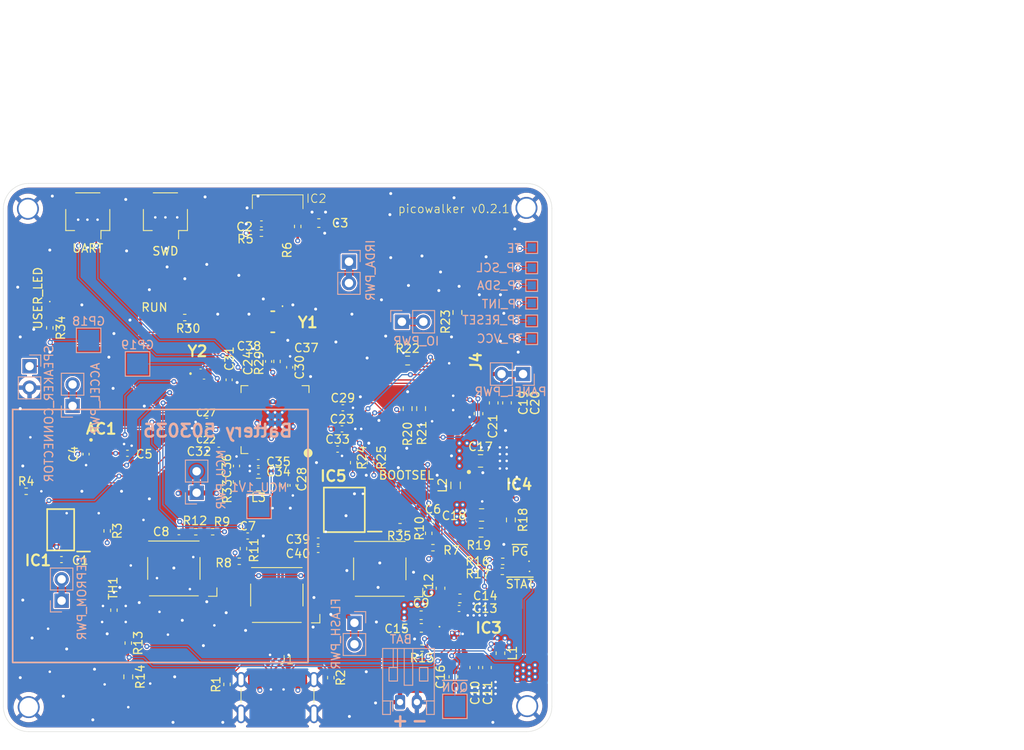
<source format=kicad_pcb>
(kicad_pcb (version 20241229) (generator "pcbnew") (generator_version "9.0")
  (layers (0 "F.Cu" signal) (4 "In1.Cu" signal) (6 "In2.Cu" signal) (2 "B.Cu" signal) (13 "F.Paste" user) (15 "B.Paste" user) (5 "F.SilkS" user "F.Silkscreen") (7 "B.SilkS" user "B.Silkscreen") (1 "F.Mask" user) (3 "B.Mask" user) (25 "Edge.Cuts" user))
  (net 0 "")
  (net 1 "/accel/SPI.MISO")
  (net 2 "/accel/~{ACCEL_CSB}")
  (net 3 "GND")
  (net 5 "/accel/SPI.SCK")
  (net 6 "/accel/ACCEL_3V3")
  (net 8 "/accel/SPI.MOSI")
  (net 10 "/accel/ACCEL_INT")
  (net 11 "/eeprom/EEPROM_3V3")
  (net 12 "Net-(IC2-VCC1)")
  (net 13 "Net-(IC2-VCC2{slash}IRED{slash}ANODE)")
  (net 14 "/buttons/BUT.R")
  (net 15 "/buttons/BUT.M")
  (net 16 "/buttons/BUT.L")
  (net 17 "/power/BTST")
  (net 18 "/power/SW")
  (net 19 "VSYS")
  (net 20 "VBUS")
  (net 21 "/power/PMID")
  (net 22 "/power/REGN")
  (net 23 "/connectors/BAT+")
  (net 24 "+3.3V")
  (net 25 "/screen/SCREEN_VSYS")
  (net 26 "/screen/SCREEN_3V3")
  (net 27 "/mcu/MCU_3V3")
  (net 28 "/mcu/MCU_1V1")
  (net 29 "/mcu/VREG_AVDD")
  (net 30 "/mcu/XIN")
  (net 31 "/mcu/XOUT")
  (net 32 "/flash/FLASH_3V3")
  (net 33 "Net-(D1-A)")
  (net 34 "/eeprom/~{EEPROM_CSB}")
  (net 35 "/irda/IRDA.SD")
  (net 36 "/irda/IRDA.RX")
  (net 37 "/irda/IRDA.TX")
  (net 38 "/power/TS_BIAS")
  (net 39 "/power/TS")
  (net 40 "/mcu/I2C.SDA")
  (net 41 "/power/~{PG}")
  (net 42 "/power/ILIM")
  (net 43 "/mcu/PWR_AUX.~{BAT_INT}")
  (net 44 "/mcu/I2C.SCL")
  (net 45 "/power/~{QON}")
  (net 46 "/mcu/PWR_AUX.~{BAT_CE}")
  (net 47 "Net-(IC4-LX2)")
  (net 48 "/power/3V3_EN")
  (net 49 "Net-(IC4-LX1)")
  (net 50 "/power/PS")
  (net 51 "/flash/QSPI0.SD2")
  (net 52 "/flash/QSPI0.SCLK")
  (net 53 "/flash/QSPI0.SS")
  (net 54 "/flash/QSPI0.SD1")
  (net 55 "/flash/QSPI0.SD3")
  (net 56 "/flash/QSPI0.SD0")
  (net 57 "/connectors/CC1")
  (net 58 "/connectors/CC2")
  (net 59 "/connectors/SWD.SWCLK")
  (net 60 "/connectors/SWD.SWDIO")
  (net 63 "/mcu/QSPI1.SCK")
  (net 65 "Net-(J4-DCX_RS)")
  (net 66 "/mcu/SCREEN_AUX.~{CSB}")
  (net 67 "Net-(J4-TE)")
  (net 68 "Net-(J4-IM0)")
  (net 69 "/mcu/SCREEN_AUX.~{RST}")
  (net 70 "/mcu/QSPI1.SDIO2")
  (net 72 "/mcu/SCREEN_AUX.PWR_EN")
  (net 73 "Net-(J4-IM1)")
  (net 74 "/mcu/QSPI1.SDIO0")
  (net 79 "/mcu/QSPI1.SDIO3")
  (net 80 "/mcu/QSPI1.SDIO1")
  (net 81 "/connectors/DBG_UART.TX")
  (net 82 "/connectors/DBG_UART.RX")
  (net 83 "/mcu/SOUND_PWM")
  (net 84 "/irda/IRDA_3V3")
  (net 85 "/mcu/VREG_LX")
  (net 86 "/buttons/BUT_R_1")
  (net 87 "/buttons/BUT_M_1")
  (net 88 "/buttons/BUT_L_1")
  (net 89 "/screen/TP_AUX.INT")
  (net 90 "/screen/TP_AUX.RESET")
  (net 91 "Net-(U1-USB_DP)")
  (net 92 "Net-(U1-USB_DM)")
  (net 93 "/mcu/GPIO18")
  (net 94 "/mcu/RTC_XO")
  (net 98 "Net-(C38-Pad1)")
  (net 99 "/power/~{STAT}")
  (net 100 "Net-(D3-A)")
  (net 101 "Net-(D2-A)")
  (net 102 "/mcu/GPIO19")
  (net 103 "/mcu/~{USB_BOOT}")
  (net 104 "/connectors/USB.D-")
  (net 105 "/connectors/USB.D+")
  (net 106 "Net-(R30-Pad2)")
  (net 107 "Net-(U1-RUN)")
  (net 108 "/screen/TP_I2C.SDA")
  (net 109 "/screen/TP_I2C.SCL")
  (footprint "Resistor_SMD:R_0402_1005Metric" (layer "F.Cu") (at 131.19 63.8 180)
    (property "Reference" "R30")
    (property "Value" "1k")
  )
  (footprint "Capacitor_SMD:C_0603_1608Metric" (layer "F.Cu") (at 165.5 105.3 -90)
    (property "Reference" "C10")
    (property "Value" "10uF")
  )
  (footprint "SamacSys_Parts:SIT1533AIH4DCC32768E" (layer "F.Cu") (at 133.275 70.5)
    (property "Reference" "Y2")
    (property "Value" "SIT1533AI-H4-DCC-32.768E" (hide yes))
  )
  (footprint "Resistor_SMD:R_0402_1005Metric" (layer "F.Cu") (at 112.4 84.4)
    (property "Reference" "R4")
    (property "Value" "10k")
  )
  (footprint "Resistor_SMD:R_0402_1005Metric" (layer "F.Cu") (at 143.024605 83.70406 -90)
    (property "Reference" "R31" (hide yes))
    (property "Value" "22R" (hide yes))
  )
  (footprint "Resistor_SMD:R_0402_1005Metric" (layer "F.Cu") (at 148.5 106.5 -90)
    (property "Reference" "R2")
    (property "Value" "5.1k")
  )
  (footprint "Capacitor_SMD:C_0603_1608Metric" (layer "F.Cu") (at 166 75.2 -90)
    (property "Reference" "C21")
    (property "Value" "10uF")
  )
  (footprint "Capacitor_SMD:C_0402_1005Metric" (layer "F.Cu") (at 139.92 82 180)
    (property "Reference" "C34")
    (property "Value" "4.7uF")
  )
  (footprint "Resistor_SMD:R_0402_1005Metric" (layer "F.Cu") (at 160.1 89.39 -90)
    (property "Reference" "R10")
    (property "Value" "1k")
  )
  (footprint "Resistor_SMD:R_0603_1608Metric" (layer "F.Cu") (at 166.3 89.3)
    (property "Reference" "R19")
    (property "Value" "100k")
  )
  (footprint "SamacSys_Parts:SOIC127P790X216-8N" (layer "F.Cu") (at 150.1 86.6 180)
    (property "Reference" "IC5")
    (property "Value" "W25Q128JVSIM_TR" (hide yes))
  )
  (footprint "Capacitor_SMD:C_0402_1005Metric" (layer "F.Cu") (at 116.583 92.5)
    (property "Reference" "C1")
    (property "Value" "0.1uF")
  )
  (footprint "Capacitor_SMD:C_0603_1608Metric" (layer "F.Cu") (at 147.075 52.6)
    (property "Reference" "C3")
    (property "Value" "4.7uF")
  )
  (footprint "Resistor_SMD:R_0402_1005Metric" (layer "F.Cu") (at 140.275 53.8)
    (property "Reference" "R5")
    (property "Value" "47R")
  )
  (footprint "" (layer "F.Cu") (at 112.608 50.9 90)
    (property "Reference" "")
    (property "Value" "")
  )
  (footprint "SamacSys_Parts:SOIC127P600X175-8N" (layer "F.Cu") (at 116.488 88.965 180)
    (property "Reference" "IC1")
    (property "Value" "M95512-RMN6TP" (hide yes))
  )
  (footprint "Capacitor_SMD:C_0402_1005Metric" (layer "F.Cu") (at 149.824605 77.00406)
    (property "Reference" "C23")
    (property "Value" "0.1uF")
  )
  (footprint "Capacitor_SMD:C_0603_1608Metric" (layer "F.Cu") (at 159.225 100.6 180)
    (property "Reference" "C15")
    (property "Value" "4.7uF")
  )
  (footprint "Connector_JST:JST_SH_SM03B-SRSS-TB_1x03-1MP_P1.00mm_Horizontal" (layer "F.Cu") (at 119.7 51.7 180)
    (property "Reference" "J5")
    (property "Value" "UART")
  )
  (footprint "Resistor_SMD:R_0402_1005Metric" (layer "F.Cu") (at 138.15 91.2 -90)
    (property "Reference" "R11")
    (property "Value" "1k")
  )
  (footprint "Resistor_SMD:R_0402_1005Metric" (layer "F.Cu") (at 144.575 53 90)
    (property "Reference" "R6")
    (property "Value" "56R")
  )
  (footprint "Resistor_SMD:R_0402_1005Metric" (layer "F.Cu") (at 137.324605 83.30406 90)
    (property "Reference" "R33")
    (property "Value" "33R")
  )
  (footprint "Resistor_SMD:R_0603_1608Metric" (layer "F.Cu") (at 169.8365 87.801 -90)
    (property "Reference" "R18")
    (property "Value" "100k")
  )
  (footprint "Capacitor_SMD:C_0805_2012Metric" (layer "F.Cu") (at 166.2365 80.801)
    (property "Reference" "C17")
    (property "Value" "47uF")
  )
  (footprint "Capacitor_SMD:C_0402_1005Metric" (layer "F.Cu") (at 133.8 77.1 180)
    (property "Reference" "C22")
    (property "Value" "0.1uF")
  )
  (footprint "Capacitor_SMD:C_0603_1608Metric" (layer "F.Cu") (at 167.8 73.925 -90)
    (property "Reference" "C20")
    (property "Value" "10uF")
  )
  (footprint "SamacSys_Parts:AXE534127" (layer "F.Cu") (at 162.6 72 90)
    (property "Reference" "J4")
    (property "Value" "DO0180FMST08" (hide yes))
  )
  (footprint "Capacitor_SMD:C_0603_1608Metric" (layer "F.Cu") (at 163.8 97.1)
    (property "Reference" "C14")
    (property "Value" "10uF")
  )
  (footprint "SamacSys_Parts:BOSCH_LGA-12" (layer "F.Cu") (at 121.4 79.1)
    (property "Reference" "AC1")
    (property "Value" "BMA400" (hide yes))
  )
  (footprint "Capacitor_SMD:C_0402_1005Metric" (layer "F.Cu") (at 163.7 98.3)
    (property "Reference" "C13")
    (property "Value" "0.1uF")
  )
  (footprint "Resistor_SMD:R_0402_1005Metric" (layer "F.Cu") (at 153.2 81.01 90)
    (property "Reference" "R25")
    (property "Value" "10k")
  )
  (footprint "Resistor_SMD:R_0603_1608Metric" (layer "F.Cu") (at 157.6 74.6 -90)
    (property "Reference" "R21")
    (property "Value" "0R")
  )
  (footprint "Capacitor_SMD:C_0402_1005Metric" (layer "F.Cu") (at 124.4 79.9)
    (property "Reference" "C5")
    (property "Value" "0.1uF")
  )
  (footprint "Resistor_SMD:R_0402_1005Metric" (layer "F.Cu") (at 115.2 65.025 90)
    (property "Reference" "R34")
    (property "Value" "1k")
  )
  (footprint "Capacitor_SMD:C_0603_1608Metric" (layer "F.Cu") (at 169.375 73.925 90)
    (property "Reference" "C19")
    (property "Value" "10uF")
  )
  (footprint "Capacitor_SMD:C_0402_1005Metric" (layer "F.Cu") (at 160.6 87.69)
    (property "Reference" "C6")
    (property "Value" "0.1uF")
  )
  (footprint "Capacitor_SMD:C_0201_0603Metric" (layer "F.Cu") (at 140.824605 67.50406 180)
    (property "Reference" "C38")
    (property "Value" "15pF")
  )
  (footprint "CustomFootprints:WS_TASV_435151014824" (layer "F.Cu") (at 158.3 85.2 -90)
    (property "Reference" "SW5")
    (property "Value" "BOOTSEL")
  )
  (footprint "Capacitor_SMD:C_0201_0603Metric" (layer "F.Cu") (at 143.324605 67.50406)
    (property "Reference" "C37")
    (property "Value" "15pF")
  )
  (footprint "SamacSys_Parts:BQ25628ERYKR" (layer "F.Cu") (at 163.525 101.3125)
    (property "Reference" "IC3")
    (property "Value" "BQ25628ERYKR" (hide yes))
  )
  (footprint "Resistor_SMD:R_0402_1005Metric" (layer "F.Cu") (at 137.65 92.7 180)
    (property "Reference" "R8")
    (property "Value" "10k")
  )
  (footprint "Capacitor_SMD:C_0603_1608Metric" (layer "F.Cu") (at 161.5 95.9 90)
    (property "Reference" "C12")
    (property "Value" "10uF")
  )
  (footprint "Resistor_SMD:R_0603_1608Metric" (layer "F.Cu") (at 157.6 68.9)
    (property "Reference" "R22")
    (property "Value" "0R")
  )
  (footprint "" (layer "F.Cu") (at 112.7 109.992 180)
    (property "Reference" "")
    (property "Value" "")
  )
  (footprint "Resistor_SMD:R_0402_1005Metric" (layer "F.Cu") (at 134.5 89.2)
    (property "Reference" "R9")
    (property "Value" "10k")
  )
  (footprint "Resistor_SMD:R_0402_1005Metric" (layer "F.Cu") (at 142.024605 83.70406 -90)
    (property "Reference" "R32" (hide yes))
    (property "Value" "22R" (hide yes))
  )
  (footprint "LED_SMD:LED_0402_1005Metric" (layer "F.Cu") (at 170.9 92.7 180)
    (property "Reference" "D3")
    (property "Value" "~{PG}")
  )
  (footprint "Capacitor_SMD:C_0402_1005Metric" (layer "F.Cu") (at 147 91.3)
    (property "Reference" "C40")
    (property "Value" "4.7uF")
  )
  (footprint "" (layer "F.Cu") (at 171.67868 50.8)
    (property "Reference" "")
    (property "Value" "")
  )
  (footprint "SamacSys_Parts:ABM8272T3" (layer "F.Cu") (at 141.624605 64.30406 180)
    (property "Reference" "Y1")
    (property "Value" "ABM8-272-T3" (hide yes))
  )
  (footprint "Button_Switch_SMD:SW_SPST_Omron_B3FS-101xP" (layer "F.Cu") (at 142.1 96.7 180)
    (property "Reference" "SW2")
    (property "Value" "BUT_M")
  )
  (footprint "Inductor_SMD:L_0603_1608Metric" (layer "F.Cu") (at 168.6 103.6 -90)
    (property "Reference" "L1")
    (property "Value" "1uH")
  )
  (footprint "CustomFootprints:GCT_USB4215_03_A" (layer "F.Cu") (at 142.18 106.225)
    (property "Reference" "J1")
    (property "Value" "USB4215-03-A")
  )
  (footprint "Resistor_SMD:R_0402_1005Metric" (layer "F.Cu") (at 122.8 98.5 90)
    (property "Reference" "TH1")
    (property "Value" "10k")
  )
  (footprint "Capacitor_SMD:C_0402_1005Metric" (layer "F.Cu") (at 130.5 89.2 180)
    (property "Reference" "C8")
    (property "Value" "0.1uF")
  )
  (footprint "Inductor_SMD:L_0805_2012Metric" (layer "F.Cu") (at 163.2865 83.701 90)
    (property "Reference" "L2")
    (property "Value" "2.2uH")
  )
  (footprint "Capacitor_SMD:C_0402_1005Metric" (layer "F.Cu") (at 137.324605 81.40406 90)
    (property "Reference" "C36")
    (property "Value" "4.7uF")
  )
  (footprint "Resistor_SMD:R_0603_1608Metric" (layer "F.Cu") (at 163.5 63.2 90)
    (property "Reference" "R23")
    (property "Value" "100k")
  )
  (footprint "RP2350_KiCad-main:RP2350A_QFN-60_EP_7.75x7.75_Pitch0.4mm" (layer "F.Cu") (at 141.887105 75.90406 180)
    (property "Reference" "U1" (hide yes))
    (property "Value" "RP2350A-QFN60" (hide yes))
  )
  (footprint "Capacitor_SMD:C_0402_1005Metric" (layer "F.Cu") (at 133.8 76.1 180)
    (property "Reference" "C27")
    (property "Value" "0.1uF")
  )
  (footprint "Resistor_SMD:R_0603_1608Metric" (layer "F.Cu") (at 159.2 74.6 90)
    (property "Reference" "R20")
    (property "Value" "0R")
  )
  (footprint "Resistor_SMD:R_0402_1005Metric" (layer "F.Cu") (at 168.8225 93.9)
    (property "Reference" "R17")
    (property "Value" "1k")
  )
  (footprint "Capacitor_SMD:C_0402_1005Metric" (layer "F.Cu") (at 149.304605 79.40406)
    (property "Reference" "C33")
    (property "Value" "0.1uF")
  )
  (footprint "Resistor_SMD:R_0402_1005Metric" (layer "F.Cu") (at 160.6 91.09)
    (property "Reference" "R7")
    (property "Value" "10k")
  )
  (footprint "Capacitor_SMD:C_0402_1005Metric" (layer "F.Cu") (at 138.65 89.7)
    (property "Reference" "C7")
    (property "Value" "0.1uF")
  )
  (footprint "Capacitor_SMD:C_0402_1005Metric" (layer "F.Cu") (at 136.449605 71.18406 90)
    (property "Reference" "C31")
    (property "Value" "0.1uF")
  )
  (footprint "" (layer "F.Cu") (at 171.77068 109.87868 -90)
    (property "Reference" "")
    (property "Value" "")
  )
  (footprint "CustomFootprints:WS_TASV_435151014824" (layer "F.Cu") (at 127.7 63.85)
    (property "Reference" "SW4")
    (property "Value" "RUN")
  )
  (footprint "Capacitor_SMD:C_0402_1005Metric" (layer "F.Cu") (at 149.924605 74.50406)
    (property "Reference" "C29")
    (property "Value" "0.1uF")
  )
  (footprint "CustomFootprints:L_0805_2016Metric" (layer "F.Cu") (at 139.924605 83.60406 180)
    (property "Reference" "L3")
    (property "Value" "3.3uF")
  )
  (footprint "Button_Switch_SMD:SW_SPST_Omron_B3FS-101xP" (layer "F.Cu") (at 154.3 93.6 180)
    (property "Reference" "SW1")
    (property "Value" "BUT_R")
  )
  (footprint "Capacitor_SMD:C_0402_1005Metric" (layer "F.Cu") (at 147 90.3)
    (property "Reference" "C39")
    (property "Value" "0.1uF")
  )
  (footprint "Button_Switch_SMD:SW_SPST_Omron_B3FS-101xP" (layer "F.Cu") (at 129.9 93.55 180)
    (property "Reference" "SW3")
    (property "Value" "BUT_L")
  )
  (footprint "Capacitor_SMD:C_0402_1005Metric" (layer "F.Cu") (at 119.5 80 -90)
    (property "Reference" "C4")
    (property "Value" "0.1uF")
  )
  (footprint "Resistor_SMD:R_0402_1005Metric" (layer "F.Cu") (at 136.2 107.3 -90)
    (property "Reference" "R1")
    (property "Value" "5.1k")
  )
  (footprint "Capacitor_SMD:C_0402_1005Metric" (layer "F.Cu") (at 139.9 81 180)
    (property "Reference" "C35")
    (property "Value" "4.7uF")
  )
  (footprint "Capacitor_SMD:C_0402_1005Metric" (layer "F.Cu") (at 140.275 52.7 180)
    (property "Reference" "C2")
    (property "Value" "0.1uF")
  )
  (footprint "Capacitor_SMD:C_0805_2012Metric" (layer "F.Cu") (at 166.3615 87.2135)
    (property "Reference" "C18")
    (property "Value" "47uF")
  )
  (footprint "Capacitor_SMD:C_0402_1005Metric" (layer "F.Cu") (at 143.624605 69.70406 90)
    (property "Reference" "C30")
    (property "Value" "0.1uF")
  )
  (footprint "Capacitor_SMD:C_0402_1005Metric" (layer "F.Cu") (at 135.225605 79.53006 180)
    (property "Reference" "C32")
    (property "Value" "0.1uF")
  )
  (footprint "Resistor_SMD:R_0402_1005Metric" (layer "F.Cu") (at 168.87 92.71)
    (property "Reference" "R16")
    (property "Value" "1k")
  )
  (footprint "Resistor_SMD:R_0402_1005Metric" (layer "F.Cu") (at 156.7 88.6)
    (property "Reference" "R35")
    (property "Value" "1k")
  )
  (footprint "Capacitor_SMD:C_0603_1608Metric" (layer "F.Cu") (at 167 105.3 -90)
    (property "Reference" "C11")
    (property "Value" "10uF")
  )
  (footprint "LED_SMD:LED_0402_1005Metric" (layer "F.Cu") (at 170.9525 93.9 180)
    (property "Reference" "D2")
    (property "Value" "~{STAT}")
  )
  (footprint "Resistor_SMD:R_0402_1005Metric" (layer "F.Cu") (at 132.5 89.2)
    (property "Reference" "R12")
    (property "Value" "1k")
  )
  (footprint "Capacitor_SMD:C_0603_1608Metric" (layer "F.Cu") (at 163.025 106.4 -90)
    (property "Reference" "C16")
    (property "Value" "10uF")
  )
  (footprint "Capacitor_SMD:C_0603_1608Metric" (layer "F.Cu") (at 159.2 99.1)
    (property "Reference" "C9")
    (property "Value" "47nF")
  )
  (footprint "Resistor_SMD:R_0402_1005Metric" (layer "F.Cu") (at 151.21 81.01 90)
    (property "Reference" "R24")
    (property "Value" "10k")
  )
  (footprint "Resistor_SMD:R_0402_1005Metric" (layer "F.Cu") (at 159.3 103 180)
    (property "Reference" "R15")
    (property "Value" "5k")
  )
  (footprint "Capacitor_SMD:C_0402_1005Metric" (layer "F.Cu") (at 141.124605 69.00406 90)
    (property "Reference" "C24")
    (property "Value" "4.7uF")
  )
  (footprint "CustomFootprints:TFBS4711-TR" (layer "F.Cu") (at 142.2 50.9)
    (property "Reference" "IC2")
    (property "Value" "TFBS4711-TT1")
  )
  (footprint "Resistor_SMD:R_0402_1005Metric" (layer "F.Cu") (at 124.5 102.4 -90)
    (property "Reference" "R13")
    (property "Value" "5.3k")
  )
  (footprint "Resistor_SMD:R_0402_1005Metric" (layer "F.Cu") (at 142.124605 69.00406 -90)
    (property "Reference" "R29")
    (property "Value" "1k")
  )
  (footprint "SamacSys_Parts:SON50P250X250X80-11N-D" (layer "F.Cu") (at 166.5115 83.7635)
    (property "Reference" "IC4")
    (property "Value" "RT6150B-33GQW" (hide yes))
  )
  (footprint "LED_SMD:LED_0402_1005Metric" (layer "F.Cu") (at 115.2 63 -90)
    (property "Reference" "D1")
    (property "Value" "USER_LED")
  )
  (footprint "Resistor_SMD:R_0603_1608Metric" (layer "F.Cu") (at 124.5 106.4 -90)
    (property "Reference" "R14")
    (property "Value" "30k")
  )
  (footprint "Resistor_SMD:R_0402_1005Metric" (layer "F.Cu") (at 122 89.1 90)
    (property "Reference" "R3")
    (property "Value" "10k")
  )
  (footprint "Connector_JST:JST_SH_SM03B-SRSS-TB_1x03-1MP_P1.00mm_Horizontal" (layer "F.Cu") (at 128.9 51.7 180)
    (property "Reference" "J2")
    (property "Value" "SWD")
  )
  (footprint "Capacitor_SMD:C_0402_1005Metric" (layer "F.Cu") (at 144.024605 83.7 -90)
    (property "Reference" "C28")
    (property "Value" "0.1uF")
  )
  (footprint "TestPoint:TestPoint_Pad_1.0x1.0mm" (layer "B.Cu") (at 172.3 62.1)
    (property "Reference" "TP6")
    (property "Value" "TP_INT")
  )
  (footprint "CustomFootprints:BridgedJumper_P2.54mm" (layer "B.Cu") (at 117.9 74.275)
    (property "Reference" "JP3" (hide yes))
    (property "Value" "ACCEL_PWR")
  )
  (footprint "CustomFootprints:BridgedJumper_P2.54mm" (layer "B.Cu") (at 156.925 64.3 -90)
    (property "Reference" "JP4")
    (property "Value" "IO_PWR")
  )
  (footprint "Connector_JST:JST_PH_S2B-PH-K_1x02_P2.00mm_Horizontal" (layer "B.Cu") (at 156.7 109.4)
    (property "Reference" "J3")
    (property "Value" "BAT")
  )
  (footprint "CustomFootprints:BridgedJumper_P2.54mm" (layer "B.Cu") (at 116.6 97.375)
    (property "Reference" "JP1")
    (property "Value" "EEPROM_PWR")
  )
  (footprint "Connector_PinHeader_2.54mm:PinHeader_1x02_P2.54mm_Vertical" (layer "B.Cu") (at 112.8 69.575 180)
    (property "Reference" "J6")
    (property "Value" "SPEAKER_CONNECTOR")
  )
  (footprint "TestPoint:TestPoint_Pad_2.5x2.5mm" (layer "B.Cu") (at 140 86.2)
    (property "Reference" "TP2")
    (property "Value" "MCU_1V1")
  )
  (footprint "TestPoint:TestPoint_Pad_2.5x2.5mm" (layer "B.Cu") (at 163.2 109.9)
    (property "Reference" "TP1")
    (property "Value" "~{QON}")
  )
  (footprint "CustomFootprints:BridgedJumper_P2.54mm" (layer "B.Cu") (at 150.65 57.175 180)
    (property "Reference" "JP2")
    (property "Value" "IRDA_PWR")
  )
  (footprint "TestPoint:TestPoint_Pad_1.0x1.0mm" (layer "B.Cu") (at 172.3 60)
    (property "Reference" "TP4")
    (property "Value" "TP_SDA")
  )
  (footprint "TestPoint:TestPoint_Pad_1.0x1.0mm" (layer "B.Cu") (at 172.3 66.3)
    (property "Reference" "TP8")
    (property "Value" "TP_VCC")
  )
  (footprint "CustomFootprints:BridgedJumper_P2.54mm" (layer "B.Cu") (at 132.6 84.575)
    (property "Reference" "JP6")
    (property "Value" "MCU_PWR")
  )
  (footprint "CustomFootprints:BridgedJumper_P2.54mm" (layer "B.Cu") (at 171.275 70.5 90)
    (property "Reference" "JP5")
    (property "Value" "PANEL_PWR")
  )
  (footprint "TestPoint:TestPoint_Pad_2.5x2.5mm" (layer "B.Cu") (at 125.6 69.3)
    (property "Reference" "TP3")
    (property "Value" "GP19")
  )
  (footprint "TestPoint:TestPoint_Pad_1.0x1.0mm" (layer "B.Cu") (at 172.3 55.5)
    (property "Reference" "TP10")
    (property "Value" "TE")
  )
  (footprint "TestPoint:TestPoint_Pad_1.0x1.0mm" (layer "B.Cu") (at 172.3 57.9)
    (property "Reference" "TP5")
    (property "Value" "TP_SCL")
  )
  (footprint "TestPoint:TestPoint_Pad_2.5x2.5mm" (layer "B.Cu") (at 119.8 66.5)
    (property "Reference" "TP9")
    (property "Value" "GP18")
  )
  (footprint "TestPoint:TestPoint_Pad_1.0x1.0mm" (layer "B.Cu") (at 172.3 64.2)
    (property "Reference" "TP7")
    (property "Value" "TP_RESET")
  )
  (footprint "CustomFootprints:BridgedJumper_P2.54mm" (layer "B.Cu") (at 151.3 100 180)
    (property "Reference" "JP7" (hide yes))
    (property "Value" "FLASH_PWR")
  )
  (gr_rect (start 110.8 74.7) (end 145.8 104.7) (stroke (width 0.2)) (fill no) (layer "B.SilkS"))
  (gr_arc (start 174.7 109.9) (mid 173.82132 112.02132) (end 171.7 112.9) (stroke (width 0.05)) (layer "Edge.Cuts"))
  (gr_line (start 171.7 112.9) (end 112.7 112.9) (stroke (width 0.05)) (layer "Edge.Cuts"))
  (gr_line (start 112.7 47.9) (end 171.7 47.9) (stroke (width 0.05)) (layer "Edge.Cuts"))
  (gr_line (start 109.7 109.9) (end 109.7 50.9) (stroke (width 0.05)) (layer "Edge.Cuts"))
  (gr_arc (start 171.7 47.9) (mid 173.82132 48.77868) (end 174.7 50.9) (stroke (width 0.05)) (layer "Edge.Cuts"))
  (gr_arc (start 112.7 112.9) (mid 110.57868 112.02132) (end 109.7 109.9) (stroke (width 0.05)) (layer "Edge.Cuts"))
  (gr_arc (start 109.7 50.9) (mid 110.57868 48.77868) (end 112.7 47.9) (stroke (width 0.05)) (layer "Edge.Cuts"))
  (gr_line (start 174.7 50.9) (end 174.7 109.9) (stroke (width 0.05)) (layer "Edge.Cuts"))
  (gr_text "picowalker v0.2.1\nby mamba2410" (at 156.4 55.6 0) (layer "F.Cu") (effects (font (size 1 1)) (justify left bottom)))
  (gr_text "picowalker v0.2.1" (at 156.4 51.5 0) (layer "F.SilkS") (effects (font (size 1 1) (thickness 0.1)) (justify left bottom)))
  (gr_text "-" (at 157.9 110.9 180) (layer "B.SilkS") (effects (font (size 1.5 1.5) (thickness 0.3) (bold yes)) (justify left bottom mirror)))
  (gr_text "+" (at 155.6 110.9 180) (layer "B.SilkS") (effects (font (size 1.5 1.5) (thickness 0.3) (bold yes)) (justify left bottom mirror)))
  (gr_text "Battery 503035" (at 144.124605 78.10406 0) (layer "B.SilkS") (effects (font (size 1.5 1.5) (thickness 0.3) (bold yes)) (justify left bottom mirror)))
  (segment (start 137.001605 77.50406) (end 136.062605 78.44306) (width 0.15) (layer "F.Cu") (net 1))
  (segment (start 130.712605 78.44306) (end 129.725605 79.43006) (width 0.15) (layer "F.Cu") (net 1))
  (segment (start 131.475605 78.44306) (end 130.712605 78.44306) (width 0.15) (layer "F.Cu") (net 1))
  (segment (start 126.588 82.588) (end 119.6 89.576) (width 0.15) (layer "F.Cu") (net 1))
  (segment (start 117.4 81.6) (end 119.2 83.4) (width 0.15) (layer "F.Cu") (net 1))
  (segment (start 119.2 83.4) (end 125.776 83.4) (width 0.15) (layer "F.Cu") (net 1))
  (segment (start 118.25 78.35) (end 117.4 79.2) (width 0.15) (layer "F.Cu") (net 1))
  (segment (start 120.585 78.35) (end 118.25 78.35) (width 0.15) (layer "F.Cu") (net 1))
  (segment (start 119.6 89.6) (end 119.2 89.6) (width 0.15) (layer "F.Cu") (net 1))
  (segment (start 129.725605 79.43006) (end 126.563605 82.59206) (width 0.15) (layer "F.Cu") (net 1))
  (segment (start 117.4 79.2) (end 117.4 81.6) (width 0.15) (layer "F.Cu") (net 1))
  (segment (start 125.776 83.4) (end 126.588 82.588) (width 0.15) (layer "F.Cu") (net 1))
  (segment (start 136.062605 78.44306) (end 131.475605 78.44306) (width 0.15) (layer "F.Cu") (net 1))
  (segment (start 138.449605 77.50406) (end 137.001605 77.50406) (width 0.15) (layer "F.Cu") (net 1))
  (segment (start 124.1 77.7) (end 122.5 77.7) (width 0.15) (layer "F.Cu") (net 2))
  (segment (start 129.9 71.4) (end 130.075 71.4) (width 0.15) (layer "F.Cu") (net 2))
  (segment (start 130.075 71.4) (end 131.625 72.95) (width 0.15) (layer "F.Cu") (net 2))
  (segment (start 122.215 77.985) (end 122.215 78.35) (width 0.15) (layer "F.Cu") (net 2))
  (segment (start 122.5 77.7) (end 122.215 77.985) (width 0.15) (layer "F.Cu") (net 2))
  (segment (start 131.625 72.95) (end 135.225 72.95) (width 0.15) (layer "F.Cu") (net 2))
  (segment (start 136.175 73.9) (end 138.425 73.9) (width 0.15) (layer "F.Cu") (net 2))
  (segment (start 135.225 72.95) (end 136.175 73.9) (width 0.15) (layer "F.Cu") (net 2))
  (via (at 129.9 71.4) (size 0.6) (drill 0.3) (layers "F.Cu" "B.Cu") (net 2))
  (via (at 124.1 77.7) (size 0.6) (drill 0.3) (layers "F.Cu" "B.Cu") (net 2))
  (segment (start 129.9 71.4) (end 125.8 71.4) (width 0.15) (layer "B.Cu") (net 2))
  (segment (start 125.8 71.4) (end 124.1 73.1) (width 0.15) (layer "B.Cu") (net 2))
  (segment (start 124.1 73.1) (end 124.1 77.7) (width 0.15) (layer "B.Cu") (net 2))
  (segment (start 157.5 83.475) (end 157.5 84.3) (width 0.15) (layer "F.Cu") (net 3))
  (segment (start 164.205 99.5825) (end 164.205 98.3125) (width 0.2) (layer "F.Cu") (net 3))
  (segment (start 161.4 74.8) (end 160.6 74.8) (width 0.15) (layer "F.Cu") (net 3))
  (segment (start 163.025 107.175) (end 163.025 108.825) (width 0.3) (layer "F.Cu") (net 3))
  (segment (start 163.8 74) (end 164.375 74) (width 0.15) (layer "F.Cu") (net 3))
  (segment (start 161.4 73.2) (end 160.6 73.2) (width 0.15) (layer "F.Cu") (net 3))
  (segment (start 164.205 99.5825) (end 164.255 99.5825) (width 0.2) (layer "F.Cu") (net 3))
  (segment (start 139.795 52.7) (end 139.795 50.93) (width 0.3) (layer "F.Cu") (net 3))
  (segment (start 164.18 97.495) (end 164.575 97.1) (width 0.3) (layer "F.Cu") (net 3))
  (segment (start 133.175 70.95) (end 133.175 71.775) (width 0.15) (layer "F.Cu") (net 3))
  (segment (start 164.1 99.6875) (end 164.205 99.5825) (width 0.2) (layer "F.Cu") (net 3))
  (segment (start 166.5115 82.2) (end 166.5115 83.7635) (width 0.3) (layer "F.Cu") (net 3))
  (segment (start 161.4 74.4) (end 160.6 74.4) (width 0.15) (layer "F.Cu") (net 3))
  (segment (start 167.1865 80.801) (end 166.5115 81.476) (width 0.3) (layer "F.Cu") (net 3))
  (segment (start 144 84.18) (end 144 84.9) (width 0.6) (layer "F.Cu") (net 3))
  (segment (start 164.375 74) (end 164.8 74.425) (width 0.15) (layer "F.Cu") (net 3))
  (segment (start 161.4 72.8) (end 160.6 72.8) (width 0.15) (layer "F.Cu") (net 3))
  (segment (start 161.4 74) (end 160.6 74) (width 0.15) (layer "F.Cu") (net 3))
  (segment (start 163.8 69.2) (end 162.975 69.2) (width 0.15) (layer "F.Cu") (net 3))
  (segment (start 157.5 86.925) (end 157.5 86.1) (width 0.15) (layer "F.Cu") (net 3))
  (segment (start 167.0115 83.2635) (end 166.5115 83.7635) (width 0.2) (layer "F.Cu") (net 3))
  (segment (start 161.4 73.6) (end 160.6 73.6) (width 0.15) (layer "F.Cu") (net 3))
  (segment (start 125.975 64.65) (end 125.25 64.65) (width 0.15) (layer "F.Cu") (net 3))
  (segment (start 164.1 100.3625) (end 164.1 101.2875) (width 0.2) (layer "F.Cu") (net 3))
  (segment (start 139.795 50.93) (end 139.825 50.9) (width 0.3) (layer "F.Cu") (net 3))
  (segment (start 136.449605 70.70406) (end 136.60406 70.70406) (width 0.3) (layer "F.Cu") (net 3))
  (segment (start 164.1 100.3625) (end 164.1 99.6875) (width 0.2) (layer "F.Cu") (net 3))
  (segment (start 167.7615 83.2635) (end 167.0115 83.2635) (width 0.2) (layer "F.Cu") (net 3))
  (segment (start 129.425 64.65) (end 130.25 64.65) (width 0.15) (layer "F.Cu") (net 3))
  (segment (start 161.4 75.2) (end 160.6 75.2) (width 0.15) (layer "F.Cu") (net 3))
  (segment (start 163.8 74) (end 162.975 74) (width 0.15) (layer "F.Cu") (net 3))
  (segment (start 164.1 101.2875) (end 164.125 101.3125) (width 0.2) (layer "F.Cu") (net 3))
  (segment (start 165.2615 83.7635) (end 166.5115 83.7635) (width 0.2) (layer "F.Cu") (net 3))
  (segment (start 164.18 98.3) (end 164.18 97.495) (width 0.3) (layer "F.Cu") (net 3))
  (segment (start 137.324605 80.275395) (end 137.324605 80.92406) (width 0.3) (layer "F.Cu") (net 3))
  (segment (start 163.025 107.175) (end 164.775 107.175) (width 0.3) (layer "F.Cu") (net 3))
  (segment (start 166.5115 81.476) (end 166.5115 82.2) (width 0.3) (layer "F.Cu") (net 3))
  (segment (start 136.60406 70.70406) (end 137.4 71.5) (width 0.3) (layer "F.Cu") (net 3))
  (segment (start 164.255 99.5825) (end 164.725 99.1125) (width 0.2) (layer "F.Cu") (net 3))
  (via (at 157.6 72.6) (size 0.6) (drill 0.35) (layers "F.Cu" "B.Cu") (net 3))
  (via (at 159.3 56.5) (size 0.6) (drill 0.35) (layers "F.Cu" "B.Cu") (net 3))
  (via (at 124 78.8) (size 0.6) (drill 0.3) (layers "F.Cu" "B.Cu") (net 3))
  (via (at 166.3365 79.201) (size 0.6) (drill 0.3) (layers "F.Cu" "B.Cu") (net 3))
  (via (at 149.1 66.7) (size 0.6) (drill 0.35) (layers "F.Cu" "B.Cu") (net 3))
  (via (at 165.425 98.4125) (size 0.6) (drill 0.3) (layers "F.Cu" "B.Cu") (net 3))
  (via (at 118.56 52.2) (size 0.6) (drill 0.3) (layers "F.Cu" "B.Cu") (net 3))
  (via (at 154.3 92.9) (size 0.6) (drill 0.35) (layers "F.Cu" "B.Cu") (net 3))
  (via (at 169 63.3) (size 0.6) (drill 0.35) (layers "F.Cu" "B.Cu") (net 3))
  (via (at 124.9 79) (size 0.6) (drill 0.3) (layers "F.Cu" "B.Cu") (net 3))
  (via (at 151.4 77) (size 0.6) (drill 0.3) (layers "F.Cu" "B.Cu") (net 3))
  (via (at 152.3 84.7) (size 0.6) (drill 0.3) (layers "F.Cu" "B.Cu") (net 3))
  (via (at 153.9 99.9) (size 0.6) (drill 0.35) (layers "F.Cu" "B.Cu") (net 3))
  (via (at 154.5 61.7) (size 0.6) (drill 0.35) (layers "F.Cu" "B.Cu") (net 3))
  (via (at 138.575 50.8) (size 0.6) (drill 0.35) (layers "F.Cu" "B.Cu") (net 3))
  (via (at 155.6 49.1) (size 0.6) (drill 0.35) (layers "F.Cu" "B.Cu") (net 3))
  (via (at 140.5 89.7) (size 0.6) (drill 0.35) (layers "F.Cu" "B.Cu") (net 3))
  (via (at 166.825 99.1125) (size 0.6) (drill 0.3) (layers "F.Cu" "B.Cu") (net 3))
  (via (at 169.2 77.2) (size 0.6) (drill 0.35) (layers "F.Cu" "B.Cu") (net 3))
  (via (at 168.5365 80.801) (size 0.6) (drill 0.3) (layers "F.Cu" "B.Cu") (net 3))
  (via (at 168.5365 79.201) (size 0.6) (drill 0.3) (layers "F.Cu" "B.Cu") (net 3))
  (via (at 115.2 67.9) (size 0.6) (drill 0.35) (layers "F.Cu" "B.Cu") (net 3))
  (via (at 169.3365 80.801) (size 0.6) (drill 0.3) (layers "F.Cu" "B.Cu") (net 3))
  (via (at 112 97.3) (size 0.6) (drill 0.35) (layers "F.Cu" "B.Cu") (net 3))
  (via (at 146.5 97) (size 0.6) (drill 0.35) (layers "F.Cu" "B.Cu") (net 3))
  (via (at 168.6 66.6) (size 0.6) (drill 0.35) (layers "F.Cu" "B.Cu") (net 3))
  (via (at 111.4 60.2) (size 0.6) (drill 0.35) (layers "F.Cu" "B.Cu") (net 3))
  (via (at 154.2 76) (size 0.6) (drill 0.35) (layers "F.Cu" "B.Cu") (net 3))
  (via (at 138.9 82) (size 0.6) (drill 0.3) (layers "F.Cu" "B.Cu") (net 3))
  (via (at 162.525 69.225) (size 0.6) (drill 0.3) (layers "F.Cu" "B.Cu") (net 3))
  (via (at 124.8 93.2) (size 0.6) (drill 0.3) (layers "F.Cu" "B.Cu") (net 3))
  (via (at 122 101.3) (size 0.6) (drill 0.35) (layers "F.Cu" "B.Cu") (net 3))
  (via (at 162.8 80.2) (size 0.6) (drill 0.35) (layers "F.Cu" "B.Cu") (net 3))
  (via (at 123.7 84.4) (size 0.6) (drill 0.35) (layers "F.Cu" "B.Cu") (net 3))
  (via (at 124.3 55.9) (size 0.6) (drill 0.35) (layers "F.Cu" "B.Cu") (net 3))
  (via (at 140 68.5) (size 0.6) (drill 0.3) (layers "F.Cu" "B.Cu") (net 3))
  (via (at 143.7 86.4) (size 0.6) (drill 0.35) (layers "F.Cu" "B.Cu") (net 3))
  (via (at 130 106.4) (size 0.6) (drill 0.35) (layers "F.Cu" "B.Cu") (net 3))
  (via (at 115.2 105.8) (size 0.6) (drill 0.3) (layers "F.Cu" "B.Cu") (net 3))
  (via (at 112 81.4) (size 0.6) (drill 0.35) (layers "F.Cu" "B.Cu") (net 3))
  (via (at 127 85.3) (size 0.6) (drill 0.35) (layers "F.Cu" "B.Cu") (net 3))
  (via (at 163.7 60.1) (size 0.6) (drill 0.35) (layers "F.Cu" "B.Cu") (net 3))
  (via (at 165.925 108.4125) (size 0.6) (drill 0.3) (layers "F.Cu" "B.Cu") (net 3))
  (via (at 146.8 81) (size 0.6) (drill 0.35) (layers "F.Cu" "B.Cu") (net 3))
  (via (at 162.1365 83.801) (size 0.6) (drill 0.3) (layers "F.Cu" "B.Cu") (net 3))
  (via (at 159.2 76.5) (size 0.6) (drill 0.3) (layers "F.Cu" "B.Cu") (net 3))
  (via (at 130.3 51.925) (size 0.6) (drill 0.3) (layers "F.Cu" "B.Cu") (net 3))
  (via (at 143.675605 68.40406) (size 0.6) (drill 0.3) (layers "F.Cu" "B.Cu") (net 3))
  (via (at 152 73.2) (size 0.6) (drill 0.35) (layers "F.Cu" "B.Cu") (net 3))
  (via (at 121.5 98) (size 0.6) (drill 0.3) (layers "F.Cu" "B.Cu") (net 3))
  (via (at 111.7 106.5) (size 0.6) (drill 0.35) (layers "F.Cu" "B.Cu") (net 3))
  (via (at 141.4 107.9) (size 0.6) (drill 0.3) (layers "F.Cu" "B.Cu") (net 3))
  (via (at 137.4 71.5) (size 0.6) (drill 0.35) (layers "F.Cu" "B.Cu") (net 3))
  (via (at 120.86 52.2) (size 0.6) (drill 0.3) (layers "F.Cu" "B.Cu") (net 3))
  (via (at 119 84.4) (size 0.6) (drill 0.35) (layers "F.Cu" "B.Cu") (net 3))
  (via (at 157.7 60) (size 0.6) (drill 0.35) (layers "F.Cu" "B.Cu") (net 3))
  (via (at 133.4 102.7) (size 0.6) (drill 0.35) (layers "F.Cu" "B.Cu") (net 3))
  (via (at 117.2 87) (size 0.6) (drill 0.3) (layers "F.Cu" "B.Cu") (net 3))
  (via (at 152.1 77) (size 0.6) (drill 0.3) (layers "F.Cu" "B.Cu") (net 3))
  (via (at 170.3365 83.401) (size 0.6) (drill 0.3) (layers "F.Cu" "B.Cu") (net 3))
  (via (at 158.3 94) (size 0.6) (drill 0.35) (layers "F.Cu" "B.Cu") (net 3))
  (via (at 142.9 107.9) (size 0.6) (drill 0.3) (layers "F.Cu" "B.Cu") (net 3))
  (via (at 132.474605 76.17906) (size 0.6) (drill 0.3) (layers "F.Cu" "B.Cu") (net 3))
  (via (at 117.2 103.1) (size 0.6) (drill 0.35) (layers "F.Cu" "B.Cu") (net 3))
  (via (at 132.2 92.2) (size 0.6) (drill 0.3) (layers "F.Cu" "B.Cu") (net 3))
  (via (at 121 87) (size 0.6) (drill 0.3) (layers "F.Cu" "B.Cu") (net 3))
  (via (at 118.5 92.5) (size 0.6) (drill 0.3) (layers "F.Cu" "B.Cu") (net 3))
  (via (at 151.3 84.7) (size 0.6) (drill 0.35) (layers "F.Cu" "B.Cu") (net 3))
  (via (at 127.1 107.2) (size 0.6) (drill 0.3) (layers "F.Cu" "B.Cu") (net 3))
  (via (at 138.4 100.9) (size 0.6) (drill 0.35) (layers "F.Cu" "B.Cu") (net 3))
  (via (at 166.825 98.4125) (size 0.6) (drill 0.3) (layers "F.Cu" "B.Cu") (net 3))
  (via (at 129 55.6) (size 0.6) (drill 0.35) (layers "F.Cu" "B.Cu") (net 3))
  (via (at 153.8 109.5) (size 0.6) (drill 0.35) (layers "F.Cu" "B.Cu") (net 3))
  (via (at 158.775 103.85) (size 0.6) (drill 0.35) (layers "F.Cu" "B.Cu") (net 3))
  (via (at 169.3365 79.201) (size 0.6) (drill 0.3) (layers "F.Cu" "B.Cu") (net 3))
  (via (at 123.5 95.8) (size 0.6) (drill 0.35) (layers "F.Cu" "B.Cu") (net 3))
  (via (at 147.775 53.8) (size 0.6) (drill 0.35) (layers "F.Cu" "B.Cu") (net 3))
  (via (at 150.4 93.8) (size 0.6) (drill 0.35) (layers "F.Cu" "B.Cu") (net 3))
  (via (at 169 90.7) (size 0.6) (drill 0.35) (layers "F.Cu" "B.Cu") (net 3))
  (via (at 131.8 96) (size 0.6) (drill 0.3) (layers "F.Cu" "B.Cu") (net 3))
  (via (at 133.8 57.5) (size 0.6) (drill 0.35) (layers "F.Cu" "B.Cu") (net 3))
  (via (at 122.2 68.5) (size 0.6) (drill 0.35) (layers "F.Cu" "B.Cu") (net 3))
  (via (at 146.4 100.5) (size 0.6) (drill 0.35) (layers "F.Cu" "B.Cu") (net 3))
  (via (at 137.324605 80.275395) (size 0.6) (drill 0.3) (layers "F.Cu" "B.Cu") (net 3))
  (via (at 168.025 107.0125) (size 0.6) (drill 0.3) (layers "F.Cu" "B.Cu") (net 3))
  (via (at 143.4 66.5) (size 0.6) (drill 0.35) (layers "F.Cu" "B.Cu") (net 3))
  (via (at 168.5365 80.001) (size 0.6) (drill 0.3) (layers "F.Cu" "B.Cu") (net 3))
  (via (at 138.8 63.4) (size 0.6) (drill 0.35) (layers "F.Cu" "B.Cu") (net 3))
  (via (at 122.8 96.4) (size 0.6) (drill 0.3) (layers "F.Cu" "B.Cu") (net 3))
  (via (at 119.66 52.2) (size 0.6) (drill 0.3) (layers "F.Cu" "B.Cu") (net 3))
  (via (at 146.7 62.8) (size 0.6) (drill 0.35) (layers "F.Cu" "B.Cu") (net 3))
  (via (at 121.4 99.9) (size 0.6) (drill 0.3) (layers "F.Cu" "B.Cu") (net 3))
  (via (at 169.6365 83.401) (size 0.6) (drill 0.3) (layers "F.Cu" "B.Cu") (net 3))
  (via (at 166.9 56.6) (size 0.6) (drill 0.35) (layers "F.Cu" "B.Cu") (net 3))
  (via (at 144 84.9) (size 0.6) (drill 0.3) (layers "F.Cu" "B.Cu") (net 3))
  (via (at 166.4365 85.601) (size 0.6) (drill 0.3) (layers "F.Cu" "B.Cu") (net 3))
  (via (at 143.5 103.8) (size 0.6) (drill 0.3) (layers "F.Cu" "B.Cu") (net 3))
  (via (at 135.7 111.8) (size 0.6) (drill 0.35) (layers "F.Cu" "B.Cu") (net 3))
  (via (at 160.5 76.1) (size 0.6) (drill 0.3) (layers "F.Cu" "B.Cu") (net 3))
  (via (at 111.7 66.1) (size 0.6) (drill 0.35) (layers "F.Cu" "B.Cu") (net 3))
  (via (at 125.8 97.6) (size 0.6) (drill 0.35) (layers "F.Cu" "B.Cu") (net 3))
  (via (at 126.3 87.8) (size 0.6) (drill 0.3) (layers "F.Cu" "B.Cu") (net 3))
  (via (at 132.050605 76.93006) (size 0.6) (drill 0.3) (layers "F.Cu" "B.Cu") (net 3))
  (via (at 119.7 55.5) (size 0.6) (drill 0.3) (layers "F.Cu" "B.Cu") (net 3))
  (via (at 113.1 101.8) (size 0.6) (drill 0.35) (layers "F.Cu" "B.Cu") (net 3))
  (via (at 115.5 49.4) (size 0.6) (drill 0.35) (layers "F.Cu" "B.Cu") (net 3))
  (via (at 139.875 49.4) (size 0.6) (drill 0.35) (layers "F.Cu" "B.Cu") (net 3))
  (via (at 161.5 58.4) (size 0.6) (drill 0.35) (layers "F.Cu" "B.Cu") (net 3))
  (via (at 112.9 78) (size 0.6) (drill 0.3) (layers "F.Cu" "B.Cu") (net 3))
  (via (at 139.275605 67.50406) (size 0.6) (drill 0.3) (layers "F.Cu" "B.Cu") (net 3))
  (via (at 115 100.7) (size 0.6) (drill 0.3) (layers "F.Cu" "B.Cu") (net 3))
  (via (at 127 60.5) (size 0.6) (drill 0.35) (layers "F.Cu" "B.Cu") (net 3))
  (via (at 114.2 84.4) (size 0.6) (drill 0.3) (layers "F.Cu" "B.Cu") (net 3))
  (via (at 165.225 108.4125) (size 0.6) (drill 0.3) (layers "F.Cu" "B.Cu") (net 3))
  (via (at 129.2 101.4) (size 0.6) (drill 0.3) (layers "F.Cu" "B.Cu") (net 3))
  (via (at 150.3 87.3) (size 0.6) (drill 0.35) (layers "F.Cu" "B.Cu") (net 3))
  (via (at 124.7 64.1) (size 0.6) (drill 0.35) (layers "F.Cu" "B.Cu") (net 3))
  (via (at 164.95 75.6) (size 0.6) (drill 0.3) (layers "F.Cu" "B.Cu") (net 3))
  (via (at 111.7 74.6) (size 0.6) (drill 0.35) (layers "F.Cu" "B.Cu") (net 3))
  (via (at 133.8 97.5) (size 0.6) (drill 0.35) (layers "F.Cu" "B.Cu") (net 3))
  (via (at 164.725 99.1125) (size 0.6) (drill 0.3) (layers "F.Cu" "B.Cu") (net 3))
  (via (at 147.875 51.3) (size 0.6) (drill 0.35) (layers "F.Cu" "B.Cu") (net 3))
  (via (at 167.325 107.7125) (size 0.6) (drill 0.3) (layers "F.Cu" "B.Cu") (net 3))
  (via (at 163.1 49.6) (size 0.6) (drill 0.35) (layers "F.Cu" "B.Cu") (net 3))
  (via (at 124.2 99.9) (size 0.6) (drill 0.3) (layers "F.Cu" "B.Cu") (net 3))
  (via (at 165.225 107.7125) (size 0.6) (drill 0.3) (layers "F.Cu" "B.Cu") (net 3))
  (via (at 129.1 57.8) (size 0.6) (drill 0.35) (layers "F.Cu" "B.Cu") (net 3))
  (via (at 166.1 61.1) (size 0.6) (drill 0.35) (layers "F.Cu" "B.Cu") (net 3))
  (via (at 170.6365 84.101) (size 0.6) (drill 0.3) (layers "F.Cu" "B.Cu") (net 3))
  (via (at 165.925 107.7125) (size 0.6) (drill 0.3) (layers "F.Cu" "B.Cu") (net 3))
  (via (at 115.2 55.8) (size 0.6) (drill 0.35) (layers "F.Cu" "B.Cu") (net 3))
  (via (at 156.5 81.6) (size 0.6) (drill 0.35) (layers "F.Cu" "B.Cu") (net 3))
  (via (at 127.9 94.7) (size 0.6) (drill 0.3) (layers "F.Cu" "B.Cu") (net 3))
  (via (at 166.125 99.1125) (size 0.6) (drill 0.3) (layers "F.Cu" "B.Cu") (net 3))
  (via (at 167.325 108.4125) (size 0.6) (drill 0.3) (layers "F.Cu" "B.Cu") (net 3))
  (via (at 168.5365 81.701) (size 0.6) (drill 0.3) (layers "F.Cu" "B.Cu") (net 3))
  (via (at 157.5 79.3) (size 0.6) (drill 0.35) (layers "F.Cu" "B.Cu") (net 3))
  (via (at 165.425 97.7125) (size 0.6) (drill 0.3) (layers "F.Cu" "B.Cu") (net 3))
  (via (at 120.5 105.5) (size 0.6) (drill 0.35) (layers "F.Cu" "B.Cu") (net 3))
  (via (at 150.7 111.1) (size 0.6) (drill 0.35) (layers "F.Cu" "B.Cu") (net 3))
  (via (at 121.7 107.3) (size 0.6) (drill 0.3) (layers "F.Cu" "B.Cu") (net 3))
  (via (at 161.1 82.5) (size 0.6) (drill 0.35) (layers "F.Cu" "B.Cu") (net 3))
  (via (at 149.275 52.6) (size 0.6) (drill 0.35) (layers "F.Cu" "B.Cu") (net 3))
  (via (at 133.6 49.5) (size 0.6) (drill 0.35) (layers "F.Cu" "B.Cu") (net 3))
  (via (at 136.1 98.8) (size 0.6) (drill 0.35) (layers "F.Cu" "B.Cu") (net 3))
  (via (at 130.9 99.7) (size 0.6) (drill 0.35) (layers "F.Cu" "B.Cu") (net 3))
  (via (at 166.625 108.4125) (size 0.6) (drill 0.3) (layers "F.Cu" "B.Cu") (net 3))
  (via (at 147.9 89.2) (size 0.6) (drill 0.3) (layers "F.Cu" "B.Cu") (net 3))
  (via (at 161.3 60.6) (size 0.6) (drill 0.35) (layers "F.Cu" "B.Cu") (net 3))
  (via (at 167.7 111.8) (size 0.6) (drill 0.35) (layers "F.Cu" "B.Cu") (net 3))
  (via (at 119 62.3) (size 0.6) (drill 0.35) (layers "F.Cu" "B.Cu") (net 3))
  (via (at 137.6 58.8) (size 0.6) (drill 0.35) (layers "F.Cu" "B.Cu") (net 3))
  (via (at 140.5 61.6) (size 0.6) (drill 0.35) (layers "F.Cu" "B.Cu") (net 3))
  (via (at 146.275 51.3) (size 0.6) (drill 0.35) (layers "F.Cu" "B.Cu") (net 3))
  (via (at 135.1 63.4) (size 0.6) (drill 0.35) (layers "F.Cu" "B.Cu") (net 3))
  (via (at 119.5 81.3) (size 0.6) (drill 0.3) (layers "F.Cu" "B.Cu") (net 3))
  (via (at 127.7 51.925) (size 0.6) (drill 0.3) (layers "F.Cu" "B.Cu") (net 3))
  (via (at 120.3 111.5) (size 0.6) (drill 0.35) (layers "F.Cu" "B.Cu") (net 3))
  (via (at 131.7 64.7) (size 0.6) (drill 0.3) (layers "F.Cu" "B.Cu") (net 3))
  (via (at 124.5 110) (size 0.6) (drill 0.3) (layers "F.Cu" "B.Cu") (net 3))
  (via (at 129.9 93.5) (size 0.6) (drill 0.35) (layers "F.Cu" "B.Cu") (net 3))
  (via (at 113.3 65.2) (size 0.6) (drill 0.35) (layers "F.Cu" "B.Cu") (net 3))
  (via (at 166.125 98.4125) (size 0.6) (drill 0.3) (layers "F.Cu" "B.Cu") (net 3))
  (via (at 148.5 99) (size 0.6) (drill 0.35) (layers "F.Cu" "B.Cu") (net 3))
  (via (at 138.9 81.4) (size 0.6) (drill 0.3) (layers "F.Cu" "B.Cu") (net 3))
  (via (at 166.625 107.7125) (size 0.6) (drill 0.3) (layers "F.Cu" "B.Cu") (net 3))
  (via (at 126.4 74.3) (size 0.6) (drill 0.35) (layers "F.Cu" "B.Cu") (net 3))
  (via (at 144 62.3) (size 0.6) (drill 0.35) (layers "F.Cu" "B.Cu") (net 3))
  (via (at 166.125 97.7125) (size 0.6) (drill 0.3) (layers "F.Cu" "B.Cu") (net 3))
  (via (at 169.3365 81.701) (size 0.6) (drill 0.3) (layers "F.Cu" "B.Cu") (net 3))
  (via (at 124.2 98) (size 0.6) (drill 0.3) (layers "F.Cu" "B.Cu") (net 3))
  (via (at 124.2 49.8) (size 0.6) (drill 0.35) (layers "F.Cu" "B.Cu") (net 3))
  (via (at 116.8 108.7) (size 0.6) (drill 0.35) (layers "F.Cu" "B.Cu") (net 3))
  (via (at 158.425 101.9125) (size 0.6) (drill 0.35) (layers "F.Cu" "B.Cu") (net 3))
  (via (at 128.2 98.7) (size 0.6) (drill 0.3) (layers "F.Cu" "B.Cu") (net 3))
  (via (at 152.7 82.5) (size 0.6) (drill 0.35) (layers "F.Cu" "B.Cu") (net 3))
  (via (at 155.6 56.7) (size 0.6) (drill 0.35) (layers "F.Cu" "B.Cu") (net 3))
  (via (at 163 74.775) (size 0.6) (drill 0.3) (layers "F.Cu" "B.Cu") (net 3))
  (via (at 146.1 70.8) (size 0.6) (drill 0.35) (layers "F.Cu" "B.Cu") (net 3))
  (via (at 122.8 65.7) (size 0.6) (drill 0.35) (layers "F.Cu" "B.Cu") (net 3))
  (via (at 141.6 86.4) (size 0.6) (drill 0.3) (layers "F.Cu" "B.Cu") (net 3))
  (via (at 133.850605 79.60506) (size 0.6) (drill 0.3) (layers "F.Cu" "B.Cu") (net 3))
  (via (at 168.025 108.4125) (size 0.6) (drill 0.3) (layers "F.Cu" "B.Cu") (net 3))
  (via (at 131.2 59.2) (size 0.6) (drill 0.35) (layers "F.Cu" "B.Cu") (net 3))
  (via (at 151 63.4) (size 0.6) (drill 0.35) (layers "F.Cu" "B.Cu") (net 3))
  (via (at 155 66) (size 0.6) (drill 0.35) (layers "F.Cu" "B.Cu") (net 3))
  (via (at 168.6 61.1) (size 0.6) (drill 0.35) (layers "F.Cu" "B.Cu") (net 3))
  (via (at 149.824605 80.20406) (size 0.6) (drill 0.3) (layers "F.Cu" "B.Cu") (net 3))
  (via (at 164.125 101.3125) (size 0.5) (drill 0.3) (layers "F.Cu" "B.Cu") (net 3))
  (via (at 134.7 100.3) (size 0.6) (drill 0.3) (layers "F.Cu" "B.Cu") (net 3))
  (via (at 153 78.7) (size 0.6) (drill 0.35) (layers "F.Cu" "B.Cu") (net 3))
  (via (at 155.5 51.6) (size 0.6) (drill 0.35) (layers "F.Cu" "B.Cu") (net 3))
  (via (at 170.5365 82.701) (size 0.6) (drill 0.3) (layers "F.Cu" "B.Cu") (net 3))
  (via (at 157.225 100.6125) (size 0.6) (drill 0.35) (layers "F.Cu" "B.Cu") (net 3))
  (via (at 152.7 105.8) (size 0.6) (drill 0.35) (layers "F.Cu" "B.Cu") (net 3))
  (via (at 141.3 103.8) (size 0.6) (drill 0.3) (layers "F.Cu" "B.Cu") (net 3))
  (via (at 162.8 66.1) (size 0.6) (drill 0.35) (layers "F.Cu" "B.Cu") (net 3))
  (via (at 165.425 99.1125) (size 0.6) (drill 0.3) (layers "F.Cu" "B.Cu") (net 3))
  (via (at 169.3365 80.001) (size 0.6) (drill 0.3) (layers "F.Cu" "B.Cu") (net 3))
  (via (at 170.7 67.9) (size 0.6) (drill 0.35) (layers "F.Cu" "B.Cu") (net 3))
  (via (at 128.9 51.925) (size 0.6) (drill 0.3) (layers "F.Cu" "B.Cu") (net 3))
  (via (at 166.825 97.7125) (size 0.6) (drill 0.3) (layers "F.Cu" "B.Cu") (net 3))
  (via (at 168.025 107.7125) (size 0.6) (drill 0.3) (layers "F.Cu" "B.Cu") (net 3))
  (via (at 167.2365 79.201) (size 0.6) (drill 0.3) (layers "F.Cu" "B.Cu") (net 3))
  (via (at 151.124605 74.50406) (size 0.6) (drill 0.3) (layers "F.Cu" "B.Cu") (net 3))
  (via (at 163 73.075) (size 0.6) (drill 0.3) (layers "F.Cu" "B.Cu") (net 3))
  (via (at 157.1 68) (size 0.6) (drill 0.3) (layers "F.Cu" "B.Cu") (net 3))
  (via (at 129.8 111.8) (size 0.6) (drill 0.35) (layers "F.Cu" "B.Cu") (net 3))
  (via (at 166.5115 82.2) (size 0.6) (drill 0.35) (layers "F.Cu" "B.Cu") (net 3))
  (via (at 154.1 95.8) (size 0.6) (drill 0.35) (layers "F.Cu" "B.Cu") (net 3))
  (via (at 170.3 53.3) (size 0.6) (drill 0.35) (layers "F.Cu" "B.Cu") (net 3))
  (via (at 138.475 52.7) (size 0.6) (drill 0.35) (layers "F.Cu" "B.Cu") (net 3))
  (via (at 122.7 72.2) (size 0.6) (drill 0.35) (layers "F.Cu" "B.Cu") (net 3))
  (via (at 152.8 68.6) (size 0.6) (drill 0.35) (layers "F.Cu" "B.Cu") (net 3))
  (segment (start 121.7 76.925) (end 118.375 76.925) (width 0.15) (layer "F.Cu") (net 5))
  (segment (start 138.474 76.724) (end 136.785 76.724) (width 0.15) (layer "F.Cu") (net 5))
  (segment (start 121.575 76.925) (end 121.15 77.35) (width 0.15) (layer "F.Cu") (net 5))
  (segment (start 121.15 77.35) (end 121.15 78.285) (width 0.15) (layer "F.Cu") (net 5))
  (segment (start 131.05 76.925) (end 121.7 76.925) (width 0.15) (layer "F.Cu") (net 5))
  (segment (start 131.8 77.675) (end 131.05 76.925) (width 0.15) (layer "F.Cu") (net 5))
  (segment (start 135.834 77.675) (end 131.8 77.675) (width 0.15) (layer "F.Cu") (net 5))
  (segment (start 113.3385 88.33) (end 113.776 88.33) (width 0.15) (layer "F.Cu") (net 5))
  (segment (start 121.7 76.925) (end 121.575 76.925) (width 0.15) (layer "F.Cu") (net 5))
  (segment (start 111.9 83.4) (end 111.9 86.8915) (width 0.15) (layer "F.Cu") (net 5))
  (segment (start 118.375 76.925) (end 111.9 83.4) (width 0.15) (layer "F.Cu") (net 5))
  (segment (start 111.9 86.8915) (end 113.3385 88.33) (width 0.15) (layer "F.Cu") (net 5))
  (segment (start 136.785 76.724) (end 135.834 77.675) (width 0.15) (layer "F.Cu") (net 5))
  (segment (start 122.265 79.9) (end 122.215 79.85) (width 0.3) (layer "F.Cu") (net 6))
  (segment (start 123.92 79.9) (end 122.265 79.9) (width 0.3) (layer "F.Cu") (net 6))
  (segment (start 119.67 79.35) (end 120.585 79.35) (width 0.15) (layer "F.Cu") (net 6))
  (segment (start 119.5 79.52) (end 119.67 79.35) (width 0.15) (layer "F.Cu") (net 6))
  (segment (start 118.98 79.52) (end 118.5 80) (width 0.15) (layer "F.Cu") (net 6))
  (segment (start 119.5 79.52) (end 118.98 79.52) (width 0.15) (layer "F.Cu") (net 6))
  (via (at 123 79.9) (size 0.6) (drill 0.3) (layers "F.Cu" "B.Cu") (net 6))
  (via (at 118.5 80) (size 0.6) (drill 0.3) (layers "F.Cu" "B.Cu") (net 6))
  (segment (start 129.4 78.3) (end 125.1 82.6) (width 0.15) (layer "F.Cu") (net 8))
  (segment (start 119.1 82.6) (end 117.85 81.35) (width 0.15) (layer "F.Cu") (net 8))
  (segment (start 125.1 82.6) (end 123.4 82.6) (width 0.15) (layer "F.Cu") (net 8))
  (segment (start 136.185 77.796389) (end 136.185 77.796388) (width 0.15) (layer "F.Cu") (net 8))
  (segment (start 117.85 79.65) (end 118.65 78.85) (width 0.15) (layer "F.Cu") (net 8))
  (segment (start 113.776 87.06) (end 113.776 86.824) (width 0.15) (layer "F.Cu") (net 8))
  (segment (start 113.776 86.824) (end 115.1 85.5) (width 0.15) (layer "F.Cu") (net 8))
  (segment (start 129.674 78.026) (end 129.4 78.3) (width 0.15) (layer "F.Cu") (net 8))
  (segment (start 136.881388 77.1) (end 136.185 77.796389) (width 0.15) (layer "F.Cu") (net 8))
  (segment (start 138.474 77.1) (end 136.881388 77.1) (width 0.15) (layer "F.Cu") (net 8))
  (segment (start 135.979389 78.002) (end 129.698 78.002) (width 0.15) (layer "F.Cu") (net 8))
  (segment (start 118.65 78.85) (end 120.585 78.85) (width 0.15) (layer "F.Cu") (net 8))
  (segment (start 129.698 78.002) (end 129.4 78.3) (width 0.15) (layer "F.Cu") (net 8))
  (segment (start 123.4 82.6) (end 119.1 82.6) (width 0.15) (layer "F.Cu") (net 8))
  (segment (start 136.185 77.796388) (end 135.979389 78.002) (width 0.15) (layer "F.Cu") (net 8))
  (segment (start 117.85 81.35) (end 117.85 79.65) (width 0.15) (layer "F.Cu") (net 8))
  (via (at 123.4 82.6) (size 0.6) (drill 0.3) (layers "F.Cu" "B.Cu") (net 8))
  (via (at 115.1 85.5) (size 0.6) (drill 0.3) (layers "F.Cu" "B.Cu") (net 8))
  (segment (start 123.4 82.6) (end 120.5 85.5) (width 0.15) (layer "B.Cu") (net 8))
  (segment (start 120.5 85.5) (end 115.1 85.5) (width 0.15) (layer "B.Cu") (net 8))
  (segment (start 121.9 81.3) (end 121.15 80.55) (width 0.15) (layer "F.Cu") (net 10))
  (segment (start 124.3 81.3) (end 121.9 81.3) (width 0.15) (layer "F.Cu") (net 10))
  (segment (start 131.525 74.3) (end 138.425 74.3) (width 0.15) (layer "F.Cu") (net 10))
  (segment (start 130.325 73.625) (end 130.85 73.625) (width 0.15) (layer "F.Cu") (net 10))
  (segment (start 129.4 72.7) (end 130.325 73.625) (width 0.15) (layer "F.Cu") (net 10))
  (segment (start 130.85 73.625) (end 131.525 74.3) (width 0.15) (layer "F.Cu") (net 10))
  (segment (start 121.15 80.55) (end 121.15 79.915) (width 0.15) (layer "F.Cu") (net 10))
  (via (at 124.3 81.3) (size 0.6) (drill 0.3) (layers "F.Cu" "B.Cu") (net 10))
  (via (at 129.4 72.7) (size 0.6) (drill 0.3) (layers "F.Cu" "B.Cu") (net 10))
  (segment (start 129.035412 72.7) (end 125.8 75.935412) (width 0.15) (layer "B.Cu") (net 10))
  (segment (start 125.8 75.935412) (end 125.8 79.8) (width 0.15) (layer "B.Cu") (net 10))
  (segment (start 129.4 72.7) (end 129.035412 72.7) (width 0.15) (layer "B.Cu") (net 10))
  (segment (start 125.8 79.8) (end 124.3 81.3) (width 0.15) (layer "B.Cu") (net 10))
  (segment (start 113.776 90.87) (end 115.87 90.87) (width 0.3) (layer "F.Cu") (net 11))
  (segment (start 118.67 88.33) (end 116 91) (width 0.3) (layer "F.Cu") (net 11))
  (segment (start 113.776 89.6) (end 114.6 89.6) (width 0.3) (layer "F.Cu") (net 11))
  (segment (start 116.103 92.5) (end 116.103 91.103) (width 0.3) (layer "F.Cu") (net 11))
  (segment (start 114.6 89.6) (end 116 91) (width 0.3) (layer "F.Cu") (net 11))
  (segment (start 115.87 90.87) (end 116 91) (width 0.3) (layer "F.Cu") (net 11))
  (segment (start 122 89.61) (end 122 90.5) (width 0.15) (layer "F.Cu") (net 11))
  (segment (start 116.103 91.103) (end 116 91) (width 0.3) (layer "F.Cu") (net 11))
  (segment (start 119.2 88.33) (end 118.67 88.33) (width 0.3) (layer "F.Cu") (net 11))
  (via (at 116 91) (size 0.6) (drill 0.3) (layers "F.Cu" "B.Cu") (net 11))
  (via (at 122 90.5) (size 0.6) (drill 0.3) (layers "F.Cu" "B.Cu") (net 11))
  (segment (start 140.785 53.8) (end 140.785 52.73) (width 0.3) (layer "F.Cu") (net 12))
  (segment (start 140.755 52.7) (end 140.755 50.92) (width 0.3) (layer "F.Cu") (net 12))
  (segment (start 140.785 52.73) (end 140.755 52.7) (width 0.3) (layer "F.Cu") (net 12))
  (segment (start 140.755 50.92) (end 140.775 50.9) (width 0.3) (layer "F.Cu") (net 12))
  (segment (start 146.19 52.49) (end 146.3 52.6) (width 0.3) (layer "F.Cu") (net 13))
  (segment (start 144.575 52.49) (end 146.19 52.49) (width 0.3) (layer "F.Cu") (net 13))
  (segment (start 144.575 50.9) (end 144.575 52.49) (width 0.3) (layer "F.Cu") (net 13))
  (segment (start 158.041776 81.249) (end 155.299194 78.506418) (width 0.15) (layer "F.Cu") (net 14))
  (segment (start 154.043388 77.250612) (end 153.092776 76.3) (width 0.15) (layer "F.Cu") (net 14))
  (segment (start 154.043391 77.250612) (end 154.043388 77.250612) (width 0.15) (layer "F.Cu") (net 14))
  (segment (start 153.092776 76.3) (end 145.3 76.3) (width 0.15) (layer "F.Cu") (net 14))
  (segment (start 155.299194 78.506418) (end 155.093582 78.300806) (width 0.15) (layer "F.Cu") (net 14))
  (segment (start 160.0312 81.249) (end 160 81.249) (width 0.15) (layer "F.Cu") (net 14))
  (segment (start 160.1 85.8) (end 160.1 88.88) (width 0.15) (layer "F.Cu") (net 14))
  (segment (start 155.093582 78.300806) (end 154.043391 77.250612) (width 0.15) (layer "F.Cu") (net 14))
  (segment (start 159.975605 81.22906) (end 158.017381 81.22906) (width 0.15) (layer "F.Cu") (net 14))
  (via (at 159.975605 81.22906) (size 0.6) (drill 0.3) (layers "F.Cu" "B.Cu") (net 14))
  (via (at 160.1 85.8) (size 0.6) (drill 0.3) (layers "F.Cu" "B.Cu") (net 14))
  (segment (start 159.975605 85.68006) (end 160.075605 85.78006) (width 0.15) (layer "B.Cu") (net 14))
  (segment (start 159.975605 81.22906) (end 159.975605 85.68006) (width 0.15) (layer "B.Cu") (net 14))
  (segment (start 137.825 88.575) (end 137.8 88.55) (width 0.15) (layer "F.Cu") (net 15))
  (segment (start 138.17 88.92) (end 137.825 88.575) (width 0.15) (layer "F.Cu") (net 15))
  (segment (start 138.425 75.5) (end 134.75 75.5) (width 0.15) (layer "F.Cu") (net 15))
  (segment (start 134.75 75.5) (end 132.2 75.5) (width 0.15) (layer "F.Cu") (net 15))
  (segment (start 127.3 76.2) (end 130.4 76.2) (width 0.15) (layer "F.Cu") (net 15))
  (segment (start 131.1 75.5) (end 132.2 75.5) (width 0.15) (layer "F.Cu") (net 15))
  (segment (start 130.4 76.2) (end 131.1 75.5) (width 0.15) (layer "F.Cu") (net 15))
  (segment (start 138.17 89.7) (end 138.17 88.92) (width 0.15) (layer "F.Cu") (net 15))
  (segment (start 138.15 90.69) (end 138.15 89.72) (width 0.15) (layer "F.Cu") (net 15))
  (segment (start 138.15 89.72) (end 138.17 89.7) (width 0.15) (layer "F.Cu") (net 15))
  (via (at 137.825 88.575) (size 0.6) (drill 0.3) (layers "F.Cu" "B.Cu") (net 15))
  (via (at 127.3 76.2) (size 0.6) (drill 0.3) (layers "F.Cu" "B.Cu") (net 15))
  (segment (start 127.3 78.8) (end 128.249 79.749) (width 0.15) (layer "B.Cu") (net 15))
  (segment (start 128.249 79.749) (end 128.249 86.463588) (width 0.15) (layer "B.Cu") (net 15))
  (segment (start 128.249 86.463588) (end 130.360412 88.575) (width 0.15) (layer "B.Cu") (net 15))
  (segment (start 127.3 76.2) (end 127.3 78.8) (width 0.15) (layer "B.Cu") (net 15))
  (segment (start 130.360412 88.575) (end 137.825 88.575) (width 0.15) (layer "B.Cu") (net 15))
  (segment (start 128.625 73.925) (end 129.975 73.925) (width 0.15) (layer "F.Cu") (net 16))
  (segment (start 130.98 89.2) (end 130.98 88.38) (width 0.15) (layer "F.Cu") (net 16))
  (segment (start 130.98 89.2) (end 131.99 89.2) (width 0.15) (layer "F.Cu") (net 16))
  (segment (start 129.975 73.925) (end 130.75 74.7) (width 0.15) (layer "F.Cu") (net 16))
  (segment (start 130.98 88.38) (end 130.6 88) (width 0.15) (layer "F.Cu") (net 16))
  (segment (start 130.75 74.7) (end 138.425 74.7) (width 0.15) (layer "F.Cu") (net 16))
  (via (at 130.6 88) (size 0.6) (drill 0.3) (layers "F.Cu" "B.Cu") (net 16))
  (via (at 128.625 73.925) (size 0.6) (drill 0.3) (layers "F.Cu" "B.Cu") (net 16))
  (segment (start 130.6 88) (end 128.6 86) (width 0.15) (layer "B.Cu") (net 16))
  (segment (start 128.6 86) (end 128.6 73.95) (width 0.15) (layer "B.Cu") (net 16))
  (segment (start 128.6 73.95) (end 128.625 73.925) (width 0.15) (layer "B.Cu") (net 16))
  (segment (start 160.625 99.1125) (end 160 99.1125) (width 0.2) (layer "F.Cu") (net 17))
  (segment (start 161.975 100.4625) (end 160.625 99.1125) (width 0.2) (layer "F.Cu") (net 17))
  (segment (start 162.212 100.4625) (end 161.975 100.4625) (width 0.2) (layer "F.Cu") (net 17))
  (segment (start 168.2875 102.5) (end 168.6 102.8125) (width 0.3) (layer "F.Cu") (net 18))
  (segment (start 168.2125 103.2) (end 168.6 102.8125) (width 0.3) (layer "F.Cu") (net 18))
  (segment (start 167.5 102.5) (end 168.2875 102.5) (width 0.3) (layer "F.Cu") (net 18))
  (segment (start 167.5 103.2) (end 168.2125 103.2) (width 0.3) (layer "F.Cu") (net 18))
  (via (at 167.5 102.5) (size 0.6) (drill 0.35) (layers "F.Cu" "B.Cu") (net 18))
  (via (at 158.025 97.8125) (size 0.6) (drill 0.35) (layers "F.Cu" "B.Cu") (net 18))
  (via (at 169.125 101.8125) (size 0.6) (drill 0.3) (layers "F.Cu" "B.Cu") (net 18))
  (via (at 159.425 97.8125) (size 0.6) (drill 0.35) (layers "F.Cu" "B.Cu") (net 18))
  (via (at 169.625 102.9125) (size 0.6) (drill 0.3) (layers "F.Cu" "B.Cu") (net 18))
  (via (at 157.2 99.4) (size 0.6) (drill 0.35) (layers "F.Cu" "B.Cu") (net 18))
  (via (at 157.2 97.9) (size 0.6) (drill 0.35) (layers "F.Cu" "B.Cu") (net 18))
  (via (at 162.874099 101.189788) (size 0.5) (drill 0.3) (layers "F.Cu" "B.Cu") (net 18))
  (via (at 163.094383 101.773793) (size 0.5) (drill 0.3) (layers "F.Cu" "B.Cu") (net 18))
  (via (at 157.2 98.7) (size 0.6) (drill 0.35) (layers "F.Cu" "B.Cu") (net 18))
  (via (at 168.225 101.8125) (size 0.6) (drill 0.3) (layers "F.Cu" "B.Cu") (net 18))
  (via (at 163.477557 101.254911) (size 0.5) (drill 0.3) (layers "F.Cu" "B.Cu") (net 18))
  (via (at 158.725 97.8125) (size 0.6) (drill 0.35) (layers "F.Cu" "B.Cu") (net 18))
  (via (at 169.625 102.3125) (size 0.6) (drill 0.3) (layers "F.Cu" "B.Cu") (net 18))
  (via (at 167.375605 103.10406) (size 0.6) (drill 0.35) (layers "F.Cu" "B.Cu") (net 18))
  (segment (start 165.4115 89.301) (end 165.4115 87.2135) (width 0.15) (layer "F.Cu") (net 19))
  (segment (start 170.5 85.3) (end 170.3355 85.3) (width 0.3) (layer "F.Cu") (net 19))
  (segment (start 165.2615 86.101) (end 165.2615 87.0635) (width 0.3) (layer "F.Cu") (net 19))
  (segment (start 165.2615 87.0635) (end 165.4115 87.2135) (width 0.3) (layer "F.Cu") (net 19))
  (segment (start 165.2615 85.401) (end 165.2615 86.101) (width 0.3) (layer "F.Cu") (net 19))
  (segment (start 165.2615 84.7635) (end 165.2615 85.401) (width 0.3) (layer "F.Cu") (net 19))
  (segment (start 168.799 83.7635) (end 167.7615 83.7635) (width 0.3) (layer "F.Cu") (net 19))
  (segment (start 170.3355 85.3) (end 168.799 83.7635) (width 0.3) (layer "F.Cu") (net 19))
  (via (at 163.4365 87.401) (size 0.6) (drill 0.3) (layers "F.Cu" "B.Cu") (net 19))
  (via (at 170.6 106.7) (size 0.6) (drill 0.3) (layers "F.Cu" "B.Cu") (net 19))
  (via (at 164.1365 87.401) (size 0.6) (drill 0.3) (layers "F.Cu" "B.Cu") (net 19))
  (via (at 164.1365 86.701) (size 0.6) (drill 0.3) (layers "F.Cu" "B.Cu") (net 19))
  (via (at 172 105.3) (size 0.6) (drill 0.3) (layers "F.Cu" "B.Cu") (net 19))
  (via (at 172.7 105.7) (size 0.6) (drill 0.3) (layers "F.Cu" "B.Cu") (net 19))
  (via (at 172.7 105) (size 0.6) (drill 0.3) (layers "F.Cu" "B.Cu") (net 19))
  (via (at 170.5 85.3) (size 0.6) (drill 0.3) (layers "F.Cu" "B.Cu") (net 19))
  (via (at 171.3 105) (size 0.6) (drill 0.3) (layers "F.Cu" "B.Cu") (net 19))
  (via (at 170.6 105.3) (size 0.6) (drill 0.3) (layers "F.Cu" "B.Cu") (net 19))
  (via (at 163.4365 86.001) (size 0.6) (drill 0.3) (layers "F.Cu" "B.Cu") (net 19))
  (via (at 163.4365 86.701) (size 0.6) (drill 0.3) (layers "F.Cu" "B.Cu") (net 19))
  (via (at 164.1365 86.001) (size 0.6) (drill 0.3) (layers "F.Cu" "B.Cu") (net 19))
  (via (at 172 106.7) (size 0.6) (drill 0.3) (layers "F.Cu" "B.Cu") (net 19))
  (via (at 170.6 106) (size 0.6) (drill 0.3) (layers "F.Cu" "B.Cu") (net 19))
  (via (at 172.7 106.4) (size 0.6) (drill 0.3) (layers "F.Cu" "B.Cu") (net 19))
  (via (at 172 106) (size 0.6) (drill 0.3) (layers "F.Cu" "B.Cu") (net 19))
  (via (at 163.4365 88.101) (size 0.6) (drill 0.3) (layers "F.Cu" "B.Cu") (net 19))
  (via (at 171.3 105.7) (size 0.6) (drill 0.3) (layers "F.Cu" "B.Cu") (net 19))
  (via (at 171.3 106.4) (size 0.6) (drill 0.3) (layers "F.Cu" "B.Cu") (net 19))
  (via (at 164.1365 88.101) (size 0.6) (drill 0.3) (layers "F.Cu" "B.Cu") (net 19))
  (segment (start 162.9 99.6875) (end 162.9 100.1715) (width 0.2) (layer "F.Cu") (net 20))
  (via (at 160.425 96.4125) (size 0.6) (drill 0.35) (layers "F.Cu" "B.Cu") (net 20))
  (via (at 140.1 108) (size 0.6) (drill 0.3) (layers "F.Cu" "B.Cu") (net 20))
  (via (at 144.6 108) (size 0.6) (drill 0.3) (layers "F.Cu" "B.Cu") (net 20))
  (segment (start 160 100.6125) (end 160.299 100.9115) (width 0.2) (layer "F.Cu") (net 22))
  (segment (start 160.299 100.9115) (end 162.129 100.9115) (width 0.2) (layer "F.Cu") (net 22))
  (segment (start 163 105.6125) (end 163.025 105.6375) (width 0.3) (layer "F.Cu") (net 23))
  (segment (start 163.7 104.9625) (end 163.025 105.6375) (width 0.2) (layer "F.Cu") (net 23))
  (segment (start 163.7 102.2625) (end 163.7 104.9625) (width 0.2) (layer "F.Cu") (net 23))
  (segment (start 135.9 89.2) (end 135.01 89.2) (width 0.15) (layer "F.Cu") (net 24))
  (segment (start 134.901 84.601) (end 130.449 84.601) (width 0.6) (layer "F.Cu") (net 24))
  (segment (start 160.1 92.4) (end 161.16 91.34) (width 0.15) (layer "F.Cu") (net 24))
  (segment (start 153.6 81.92) (end 153.2 81.52) (width 0.15) (layer "F.Cu") (net 24))
  (segment (start 161.16 91.34) (end 161.16 91.14) (width 0.15) (layer "F.Cu") (net 24))
  (segment (start 165.2615 82.7635) (end 165.2615 80.826) (width 0.3) (layer "F.Cu") (net 24))
  (segment (start 168.3125 93.9) (end 167.8 93.9) (width 0.15) (layer "F.Cu") (net 24))
  (segment (start 169.6365 78.001) (end 165.5365 78.001) (width 0.15) (layer "F.Cu") (net 24))
  (segment (start 161.16 91.14) (end 161.11 91.09) (width 0.15) (layer "F.Cu") (net 24))
  (segment (start 137.15 91.7) (end 137.15 92.69) (width 0.15) (layer "F.Cu") (net 24))
  (segment (start 167.7615 82.7635) (end 169.574 82.7635) (width 0.15) (layer "F.Cu") (net 24))
  (segment (start 167.3 92.5) (end 168.15 92.5) (width 0.15) (layer "F.Cu") (net 24))
  (segment (start 130.449 84.601) (end 130.4 84.65) (width 0.6) (layer "F.Cu") (net 24))
  (segment (start 153.6 82.5) (end 153.6 81.92) (width 0.15) (layer "F.Cu") (net 24))
  (segment (start 168.15 92.5) (end 168.36 92.71) (width 0.15) (layer "F.Cu") (net 24))
  (segment (start 167.8 93.9) (end 167.3 93.4) (width 0.15) (layer "F.Cu") (net 24))
  (segment (start 165.2615 80.826) (end 165.2865 80.801) (width 0.3) (layer "F.Cu") (net 24))
  (segment (start 170.6365 81.701) (end 170.6365 79.001) (width 0.15) (layer "F.Cu") (net 24))
  (segment (start 134.95 84.65) (end 134.901 84.601) (width 0.6) (layer "F.Cu") (net 24))
  (segment (start 169.574 82.7635) (end 170.6365 81.701) (width 0.15) (layer "F.Cu") (net 24))
  (segment (start 137.15 92.69) (end 137.14 92.7) (width 0.15) (layer "F.Cu") (net 24))
  (segment (start 170.6365 79.001) (end 169.6365 78.001) (width 0.15) (layer "F.Cu") (net 24))
  (segment (start 151.1 81.63) (end 151.21 81.52) (width 0.15) (layer "F.Cu") (net 24))
  (segment (start 151.1 82.4) (end 151.1 81.63) (width 0.15) (layer "F.Cu") (net 24))
  (via (at 165.5365 78.701) (size 0.6) (drill 0.3) (layers "F.Cu" "B.Cu") (net 24))
  (via (at 153.6 82.5) (size 0.6) (drill 0.3) (layers "F.Cu" "B.Cu") (net 24))
  (via (at 163.7365 79.601) (size 0.6) (drill 0.3) (layers "F.Cu" "B.Cu") (net 24))
  (via (at 130.4 84.65) (size 0.6) (drill 0.3) (layers "F.Cu" "B.Cu") (net 24))
  (via (at 135.9 89.2) (size 0.6) (drill 0.3) (layers "F.Cu" "B.Cu") (net 24))
  (via (at 164.6365 78.701) (size 0.6) (drill 0.3) (layers "F.Cu" "B.Cu") (net 24))
  (via (at 167.3 93.4) (size 0.6) (drill 0.3) (layers "F.Cu" "B.Cu") (net 24))
  (via (at 137.15 91.7) (size 0.6) (drill 0.3) (layers "F.Cu" "B.Cu") (net 24))
  (via (at 163.7365 78.701) (size 0.6) (drill 0.3) (layers "F.Cu" "B.Cu") (net 24))
  (via (at 167.3 92.5) (size 0.6) (drill 0.3) (layers "F.Cu" "B.Cu") (net 24))
  (via (at 151.1 82.4) (size 0.6) (drill 0.3) (layers "F.Cu" "B.Cu") (net 24))
  (via (at 134.95 84.65) (size 0.6) (drill 0.3) (layers "F.Cu" "B.Cu") (net 24))
  (via (at 163.7365 80.501) (size 0.6) (drill 0.3) (layers "F.Cu" "B.Cu") (net 24))
  (via (at 160.1 92.4) (size 0.6) (drill 0.3) (layers "F.Cu" "B.Cu") (net 24))
  (via (at 163.7365 81.401) (size 0.6) (drill 0.3) (layers "F.Cu" "B.Cu") (net 24))
  (segment (start 163.8 72) (end 164.775 72) (width 0.15) (layer "F.Cu") (net 25))
  (segment (start 163.8 72.4) (end 164.8 72.4) (width 0.15) (layer "F.Cu") (net 25))
  (segment (start 168.735 70.5) (end 168.735 71.965) (width 0.3) (layer "F.Cu") (net 25))
  (segment (start 164.8 72.4) (end 164.825 72.375) (width 0.15) (layer "F.Cu") (net 25))
  (segment (start 164.775 72) (end 164.8 72.025) (width 0.15) (layer "F.Cu") (net 25))
  (segment (start 165.142268 73.567268) (end 166 74.425) (width 0.3) (layer "F.Cu") (net 26))
  (segment (start 157.025 75.425) (end 156.3 74.7) (width 0.2) (layer "F.Cu") (net 26))
  (segment (start 157.6 75.425) (end 157.025 75.425) (width 0.2) (layer "F.Cu") (net 26))
  (segment (start 164.55 73.2) (end 163.8 73.2) (width 0.15) (layer "F.Cu") (net 26))
  (segment (start 164.55 73.2) (end 164.95 73.6) (width 0.15) (layer "F.Cu") (net 26))
  (segment (start 163.8 71.6) (end 164.8 71.6) (width 0.15) (layer "F.Cu") (net 26))
  (segment (start 164.8 71.6) (end 170.1 66.3) (width 0.15) (layer "F.Cu") (net 26))
  (segment (start 164.97864 73.567268) (end 165.142268 73.567268) (width 0.3) (layer "F.Cu") (net 26))
  (segment (start 163.8 73.6) (end 164.95 73.6) (width 0.15) (layer "F.Cu") (net 26))
  (segment (start 170.1 66.3) (end 170.6 66.3) (width 0.15) (layer "F.Cu") (net 26))
  (via (at 156.3 74.7) (size 0.6) (drill 0.3) (layers "F.Cu" "B.Cu") (net 26))
  (via (at 164.97864 73.567268) (size 0.6) (drill 0.3) (layers "F.Cu" "B.Cu") (net 26))
  (via (at 170.6 66.3) (size 0.6) (drill 0.3) (layers "F.Cu" "B.Cu") (net 26))
  (segment (start 170.6 66.3) (end 172.3 66.3) (width 0.15) (layer "B.Cu") (net 26))
  (segment (start 137.324605 83.81406) (end 136.61406 83.81406) (width 0.3) (layer "F.Cu") (net 27))
  (segment (start 133.375 69.648) (end 133.449 69.574) (width 0.15) (layer "F.Cu") (net 27))
  (segment (start 139.087105 72.46656) (end 137.167105 72.46656) (width 0.2) (layer "F.Cu") (net 27))
  (segment (start 149.22 74.7) (end 149.42 74.5) (width 0.2) (layer "F.Cu") (net 27))
  (segment (start 141.924605 78.60406) (end 142.224605 78.60406) (width 0.15) (layer "F.Cu") (net 27))
  (segment (start 138.449605 75.90406) (end 139.224605 75.90406) (width 0.2) (layer "F.Cu") (net 27))
  (segment (start 145.3 78.7) (end 145.7 78.7) (width 0.2) (layer "F.Cu") (net 27))
  (segment (start 137.19594 78.30406) (end 136.09594 79.40406) (width 0.2) (layer "F.Cu") (net 27))
  (segment (start 139.175991 78.3) (end 139.319014 78.443023) (width 0.2) (layer "F.Cu") (net 27))
  (segment (start 140.287105 79.34156) (end 140.287105 80.087105) (width 0.15) (layer "F.Cu") (net 27))
  (segment (start 138.449605 78.70406) (end 138.706582 78.447083) (width 0.2) (layer "F.Cu") (net 27))
  (segment (start 138.449605 78.30406) (end 137.19594 78.30406) (width 0.2) (layer "F.Cu") (net 27))
  (segment (start 143.624605 70.494059) (end 143.624605 70.18406) (width 0.2) (layer "F.Cu") (net 27))
  (segment (start 133.449 69.574) (end 134.474 69.574) (width 0.15) (layer "F.Cu") (net 27))
  (segment (start 141.887105 79.96656) (end 142.324605 80.40406) (width 0.15) (layer "F.Cu") (net 27))
  (segment (start 138.706582 78.447083) (end 139.343619 78.447083) (width 0.2) (layer "F.Cu") (net 27))
  (segment (start 134.474 69.574) (end 136.474 71.574) (width 0.15) (layer "F.Cu") (net 27))
  (segment (start 145.324605 74.70406) (end 149.244605 74.70406) (width 0.2) (layer "F.Cu") (net 27))
  (segment (start 142.324605 80.40406) (end 144.024605 82.10406) (width 0.15) (layer "F.Cu") (net 27))
  (segment (start 146.424605 79.40406) (end 148.824605 79.40406) (width 0.2) (layer "F.Cu") (net 27))
  (segment (start 144.024605 82.10406) (end 144.024605 83.22406) (width 0.15) (layer "F.Cu") (net 27))
  (segment (start 138.449605 75.90406) (end 134.274605 75.90406) (width 0.2) (layer "F.Cu") (net 27))
  (segment (start 143.087105 71.031559) (end 143.624605 70.494059) (width 0.2) (layer "F.Cu") (net 27))
  (segment (start 136.09594 79.40406) (end 135.704605 79.40406) (width 0.2) (layer "F.Cu") (net 27))
  (segment (start 141.887105 79.34156) (end 141.887105 79.96656) (width 0.15) (layer "F.Cu") (net 27))
  (segment (start 143.087105 72.46656) (end 143.087105 73.30406) (width 0.2) (layer "F.Cu") (net 27))
  (segment (start 142.287105 78.66656) (end 142.287105 79.34156) (width 0.15) (layer "F.Cu") (net 27))
  (segment (start 145.308605 78.68806) (end 144.68806 78.68806) (width 0.15) (layer "F.Cu") (net 27))
  (segment (start 144.68806 78.68806) (end 144.6 78.6) (width 0.15) (layer "F.Cu") (net 27))
  (segment (start 134.274605 75.90406) (end 134.249605 75.87906) (width 0.2) (layer "F.Cu") (net 27))
  (segment (start 139.087105 72.96656) (end 139.324605 73.20406) (width 0.2) (layer "F.Cu") (net 27))
  (segment (start 133.375 70.05) (end 133.375 69.648) (width 0.15) (layer "F.Cu") (net 27))
  (segment (start 145.324605 74.70406) (end 144.624605 74.70406) (width 0.2) (layer "F.Cu") (net 27))
  (segment (start 139.087105 72.46656) (end 139.087105 72.96656) (width 0.2) (layer "F.Cu") (net 27))
  (segment (start 145.724605 78.70406) (end 146.424605 79.40406) (width 0.2) (layer "F.Cu") (net 27))
  (segment (start 137.167105 72.46656) (end 136.404605 71.70406) (width 0.2) (layer "F.Cu") (net 27))
  (segment (start 145.324605 78.70406) (end 145.308605 78.68806) (width 0.15) (layer "F.Cu") (net 27))
  (segment (start 140.287105 79.34156) (end 140.287105 78.56856) (width 0.15) (layer "F.Cu") (net 27))
  (segment (start 141.887105 79.34156) (end 141.887105 78.64156) (width 0.15) (layer "F.Cu") (net 27))
  (segment (start 143.087105 72.46656) (end 143.087105 71.031559) (width 0.2) (layer "F.Cu") (net 27))
  (segment (start 138.449605 78.30406) (end 139.200596 78.30406) (width 0.2) (layer "F.Cu") (net 27))
  (segment (start 136.61406 83.81406) (end 135.7 82.9) (width 0.3) (layer "F.Cu") (net 27))
  (segment (start 136.474 71.574) (end 136.474 71.684) (width 0.15) (layer "F.Cu") (net 27))
  (segment (start 142.287105 79.34156) (end 142.287105 80.36656) (width 0.15) (layer "F.Cu") (net 27))
  (segment (start 141.124605 69.80406) (end 141.124605 69.48406) (width 0.2) (layer "F.Cu") (net 28))
  (segment (start 140.924605 80.54156) (end 140.924605 81.80406) (width 0.2) (layer "F.Cu") (net 28))
  (segment (start 140.687105 79.34156) (end 140.687105 80.30406) (width 0.2) (layer "F.Cu") (net 28))
  (segment (start 145.324605 76.70406) (end 148.197993 76.70406) (width 0.2) (layer "F.Cu") (net 28))
  (segment (start 148.551217 77.00406) (end 148.524605 77.030672) (width 0.6) (layer "F.Cu") (net 28))
  (segment (start 141.624605 70.30406) (end 141.124605 69.80406) (width 0.2) (layer "F.Cu") (net 28))
  (segment (start 141.649 70.3) (end 141.628665 70.3) (width 0.2) (layer "F.Cu") (net 28))
  (segment (start 141.887105 70.838105) (end 141.887105 72.438105) (width 0.2) (layer "F.Cu") (net 28))
  (segment (start 141.624605 70.30406) (end 141.624605 70.575605) (width 0.2) (layer "F.Cu") (net 28))
  (segment (start 140.687105 80.30406) (end 140.924605 80.54156) (width 0.2) (layer "F.Cu") (net 28))
  (segment (start 135.674605 76.30406) (end 138.449605 76.30406) (width 0.2) (layer "F.Cu") (net 28))
  (segment (start 134.878665 77.1) (end 135.674605 76.30406) (width 0.2) (layer "F.Cu") (net 28))
  (segment (start 134.878665 77.1) (end 134.445545 77.1) (width 0.2) (layer "F.Cu") (net 28))
  (segment (start 141.887105 72.438105) (end 141.9115 72.4625) (width 0.2) (layer "F.Cu") (net 28))
  (segment (start 141.624605 70.575605) (end 141.887105 70.838105) (width 0.2) (layer "F.Cu") (net 28))
  (segment (start 141.6 70.5) (end 141.6 70.3) (width 0.2) (layer "F.Cu") (net 28))
  (segment (start 148.197993 76.70406) (end 148.524605 77.030672) (width 0.2) (layer "F.Cu") (net 28))
  (segment (start 149.344605 77.00406) (end 148.551217 77.00406) (width 0.6) (layer "F.Cu") (net 28))
  (segment (start 141.628665 70.3) (end 141.624605 70.30406) (width 0.2) (layer "F.Cu") (net 28))
  (via (at 141.424605 82.30406) (size 0.6) (drill 0.3) (layers "F.Cu" "B.Cu") (net 28))
  (via (at 141.624605 70.30406) (size 0.6) (drill 0.3) (layers "F.Cu" "B.Cu") (net 28))
  (via (at 141.449 78.151) (size 0.6) (drill 0.3) (layers "F.Cu" "B.Cu") (net 28))
  (via (at 148.524605 77.030672) (size 0.6) (drill 0.3) (layers "F.Cu" "B.Cu") (net 28))
  (via (at 144.037107 76.714487) (size 0.6) (drill 0.3) (layers "F.Cu" "B.Cu") (net 28))
  (via (at 141.424605 81.70406) (size 0.6) (drill 0.3) (layers "F.Cu" "B.Cu") (net 28))
  (via (at 134.878665 77.1) (size 0.6) (drill 0.3) (layers "F.Cu" "B.Cu") (net 28))
  (via (at 141.624605 73.754058) (size 0.6) (drill 0.3) (layers "F.Cu" "B.Cu") (net 28))
  (via (at 139.737103 76.330325) (size 0.6) (drill 0.3) (layers "F.Cu" "B.Cu") (net 28))
  (segment (start 141.424605 82.30406) (end 141.424605 84.775395) (width 0.15) (layer "B.Cu") (net 28))
  (segment (start 141.424605 84.775395) (end 140 86.2) (width 0.15) (layer "B.Cu") (net 28))
  (segment (start 137.935605 81.27306) (end 137.324605 81.88406) (width 0.2) (layer "F.Cu") (net 29))
  (segment (start 137.935605 80.49306) (end 137.935605 81.27306) (width 0.2) (layer "F.Cu") (net 29))
  (segment (start 137.324605 82.79406) (end 137.324605 81.88406) (width 0.6) (layer "F.Cu") (net 29))
  (segment (start 139.087105 79.34156) (end 137.935605 80.49306) (width 0.2) (layer "F.Cu") (net 29))
  (segment (start 143.004605 67.50406) (end 141.898605 66.39806) (width 0.15) (layer "F.Cu") (net 30))
  (segment (start 142.687105 72.46656) (end 142.687105 70.712895) (width 0.15) (layer "F.Cu") (net 30))
  (segment (start 142.75 63.425) (end 142.675 63.425) (width 0.2) (layer "F.Cu") (net 30))
  (segment (start 142.687105 70.712895) (end 143.004605 70.395395) (width 0.15) (layer "F.Cu") (net 30))
  (segment (start 143.004605 70.395395) (end 143.004605 67.50406) (width 0.15) (layer "F.Cu") (net 30))
  (segment (start 141.898605 64.30506) (end 142.774605 63.42906) (width 0.15) (layer "F.Cu") (net 30))
  (segment (start 141.898605 66.39806) (end 141.898605 64.30506) (width 0.15) (layer "F.Cu") (net 30))
  (segment (start 142.924605 67.58406) (end 143.004605 67.50406) (width 0.2) (layer "F.Cu") (net 30))
  (segment (start 142.124605 69.51406) (end 142.287105 69.67656) (width 0.15) (layer "F.Cu") (net 31))
  (segment (start 142.287105 69.67656) (end 142.287105 72.46656) (width 0.15) (layer "F.Cu") (net 31))
  (segment (start 142.2625 69.6725) (end 142.1 69.51) (width 0.2) (layer "F.Cu") (net 31))
  (segment (start 146.52 91.3) (end 146.52 90.3) (width 0.6) (layer "F.Cu") (net 32))
  (segment (start 151.274 99.974) (end 151.3 99.974) (width 0.6) (layer "F.Cu") (net 32))
  (segment (start 146.5 90.28) (end 146.52 90.3) (width 0.6) (layer "F.Cu") (net 32))
  (segment (start 146.52 91.3) (end 146.52 91.57) (width 0.6) (layer "F.Cu") (net 32))
  (segment (start 147.601 96.301) (end 151.274 99.974) (width 0.6) (layer "F.Cu") (net 32))
  (segment (start 146.5 88.505) (end 146.5 89.4) (width 0.6) (layer "F.Cu") (net 32))
  (segment (start 146.52 91.57) (end 147.601 92.651) (width 0.6) (layer "F.Cu") (net 32))
  (segment (start 147.601 92.651) (end 147.601 96.301) (width 0.6) (layer "F.Cu") (net 32))
  (segment (start 146.5 89.4) (end 146.5 90.28) (width 0.6) (layer "F.Cu") (net 32))
  (segment (start 115.2 63.485) (end 115.2 64.515) (width 0.15) (layer "F.Cu") (net 33))
  (segment (start 119.2 90.87) (end 119.43 90.87) (width 0.15) (layer "F.Cu") (net 34))
  (segment (start 119.43 90.87) (end 131.5 78.8) (width 0.15) (layer "F.Cu") (net 34))
  (segment (start 136.2 78.8) (end 137.1 77.9) (width 0.15) (layer "F.Cu") (net 34))
  (segment (start 137.1 77.9) (end 138.425 77.9) (width 0.15) (layer "F.Cu") (net 34))
  (segment (start 131.5 78.8) (end 136.2 78.8) (width 0.15) (layer "F.Cu") (net 34))
  (segment (start 143.487105 72.437895) (end 143.487105 71.212895) (width 0.15) (layer "F.Cu") (net 35))
  (segment (start 144.7 70) (end 144.7 60.9) (width 0.15) (layer "F.Cu") (net 35))
  (segment (start 143.4625 72.4625) (end 143.487105 72.437895) (width 0.15) (layer "F.Cu") (net 35))
  (segment (start 141.625 57.825) (end 141.625 50.9) (width 0.15) (layer "F.Cu") (net 35))
  (segment (start 143.487105 71.212895) (end 144.7 70) (width 0.15) (layer "F.Cu") (net 35))
  (segment (start 144.7 60.9) (end 141.625 57.825) (width 0.15) (layer "F.Cu") (net 35))
  (segment (start 143.887105 71.311089) (end 145.3 69.898194) (width 0.15) (layer "F.Cu") (net 36))
  (segment (start 142.6 57.1) (end 142.6 51.465) (width 0.15) (layer "F.Cu") (net 36))
  (segment (start 143.8625 72.4625) (end 143.887105 72.437895) (width 0.15) (layer "F.Cu") (net 36))
  (segment (start 145.3 69.898194) (end 145.3 59.8) (width 0.15) (layer "F.Cu") (net 36))
  (segment (start 143.887105 72.437895) (end 143.887105 71.311089) (width 0.15) (layer "F.Cu") (net 36))
  (segment (start 145.3 59.8) (end 142.6 57.1) (width 0.15) (layer "F.Cu") (net 36))
  (segment (start 143.55 51.465) (end 143.55 56.55) (width 0.15) (layer "F.Cu") (net 37))
  (segment (start 144.283045 72.4625) (end 144.287105 72.46656) (width 0.15) (layer "F.Cu") (net 37))
  (segment (start 144.2625 72.4625) (end 144.283045 72.4625) (width 0.15) (layer "F.Cu") (net 37))
  (segment (start 144.287105 71.812895) (end 144.287105 72.46656) (width 0.15) (layer "F.Cu") (net 37))
  (segment (start 143.55 56.55) (end 145.9 58.9) (width 0.15) (layer "F.Cu") (net 37))
  (segment (start 145.9 70.2) (end 144.287105 71.812895) (width 0.15) (layer "F.Cu") (net 37))
  (segment (start 145.9 58.9) (end 145.9 70.2) (width 0.15) (layer "F.Cu") (net 37))
  (segment (start 126.7 102.8) (end 125.79 101.89) (width 0.15) (layer "F.Cu") (net 38))
  (segment (start 161.4375 103.7) (end 160.325 103.7) (width 0.15) (layer "F.Cu") (net 38))
  (segment (start 160.325 103.7) (end 160.025 104) (width 0.15) (layer "F.Cu") (net 38))
  (segment (start 162.5 102.6375) (end 161.4375 103.7) (width 0.15) (layer "F.Cu") (net 38))
  (segment (start 125.79 101.89) (end 124.5 101.89) (width 0.15) (layer "F.Cu") (net 38))
  (via (at 160.025 104) (size 0.6) (drill 0.3) (layers "F.Cu" "B.Cu") (net 38))
  (via (at 126.7 102.8) (size 0.6) (drill 0.3) (layers "F.Cu" "B.Cu") (net 38))
  (segment (start 160.025 104) (end 159.599 104.426) (width 0.15) (layer "B.Cu") (net 38))
  (segment (start 133.140588 104.426) (end 131.514588 102.8) (width 0.15) (layer "B.Cu") (net 38))
  (segment (start 159.599 104.426) (end 133.140588 104.426) (width 0.15) (layer "B.Cu") (net 38))
  (segment (start 131.514588 102.8) (end 126.7 102.8) (width 0.15) (layer "B.Cu") (net 38))
  (segment (start 122.8 102.3) (end 124.6 104.1) (width 0.15) (layer "F.Cu") (net 39))
  (segment (start 161.3895 104.525) (end 161.175 104.525) (width 0.15) (layer "F.Cu") (net 39))
  (segment (start 162.9 102.4625) (end 162.9 103.0145) (width 0.15) (layer "F.Cu") (net 39))
  (segment (start 122.8 99.01) (end 122.8 102.3) (width 0.15) (layer "F.Cu") (net 39))
  (segment (start 162.9 103.0145) (end 161.3895 104.525) (width 0.15) (layer "F.Cu") (net 39))
  (segment (start 124.5 105.575) (end 124.5 104.2) (width 0.2) (layer "F.Cu") (net 39))
  (segment (start 124.5 104.2) (end 124.6 104.1) (width 0.2) (layer "F.Cu") (net 39))
  (segment (start 124.5 104) (end 124.6 104.1) (width 0.2) (layer "F.Cu") (net 39))
  (segment (start 124.5 102.91) (end 124.5 104) (width 0.2) (layer "F.Cu") (net 39))
  (via (at 124.6 104.1) (size 0.6) (drill 0.3) (layers "F.Cu" "B.Cu") (net 39))
  (via (at 161.175 104.525) (size 0.6) (drill 0.3) (layers "F.Cu" "B.Cu") (net 39))
  (segment (start 160.524 105.176) (end 161.175 104.525) (width 0.15) (layer "B.Cu") (net 39))
  (segment (start 124.6 104.1) (end 126.3 104.1) (width 0.15) (layer "B.Cu") (net 39))
  (segment (start 126.3 104.1) (end 127.376 105.176) (width 0.15) (layer "B.Cu") (net 39))
  (segment (start 127.376 105.176) (end 160.524 105.176) (width 0.15) (layer "B.Cu") (net 39))
  (segment (start 150.6 78.7) (end 151.3 79.4) (width 0.15) (layer "F.Cu") (net 40))
  (segment (start 166.633888 101.3125) (end 164.925 101.3125) (width 0.15) (layer "F.Cu") (net 40))
  (segment (start 169.125 97.197153) (end 169.125 98.821388) (width 0.15) (layer "F.Cu") (net 40))
  (segment (start 146.7 78.7) (end 146.3 78.3) (width 0.15) (layer "F.Cu") (net 40))
  (segment (start 165.627847 93.7) (end 169.125 97.197153) (width 0.15) (layer "F.Cu") (net 40))
  (segment (start 165.6 93.7) (end 165.627847 93.7) (width 0.15) (layer "F.Cu") (net 40))
  (segment (start 151.21 80.5) (end 151.21 79.49) (width 0.15) (layer "F.Cu") (net 40))
  (segment (start 151.21 79.49) (end 151.3 79.4) (width 0.15) (layer "F.Cu") (net 40))
  (segment (start 169.125 98.821388) (end 166.633888 101.3125) (width 0.15) (layer "F.Cu") (net 40))
  (segment (start 146.7 78.7) (end 150.6 78.7) (width 0.15) (layer "F.Cu") (net 40))
  (segment (start 146.3 78.3) (end 145.3 78.3) (width 0.15) (layer "F.Cu") (net 40))
  (via (at 151.3 79.4) (size 0.6) (drill 0.3) (layers "F.Cu" "B.Cu") (net 40))
  (via (at 165.6 93.7) (size 0.6) (drill 0.3) (layers "F.Cu" "B.Cu") (net 40))
  (segment (start 165.6 93.2) (end 151.8 79.4) (width 0.15) (layer "B.Cu") (net 40))
  (segment (start 165.6 93.7) (end 165.6 93.2) (width 0.15) (layer "B.Cu") (net 40))
  (segment (start 151.5 79.4) (end 151.3 79.4) (width 0.15) (layer "B.Cu") (net 40))
  (segment (start 151.8 79.4) (end 151.5 79.4) (width 0.15) (layer "B.Cu") (net 40))
  (segment (start 172.4 95.5) (end 172.4 93.715) (width 0.15) (layer "F.Cu") (net 41))
  (segment (start 162.137 101.3125) (end 160.525 101.3125) (width 0.15) (layer "F.Cu") (net 41))
  (segment (start 160.525 101.3125) (end 159.9375 101.9) (width 0.15) (layer "F.Cu") (net 41))
  (segment (start 172.4 93.715) (end 171.585 92.9) (width 0.15) (layer "F.Cu") (net 41))
  (segment (start 159.6 101.9) (end 159.5 101.9) (width 0.15) (layer "F.Cu") (net 41))
  (segment (start 159.9375 101.9) (end 159.6 101.9) (width 0.15) (layer "F.Cu") (net 41))
  (via (at 172.4 95.5) (size 0.6) (drill 0.3) (layers "F.Cu" "B.Cu") (net 41))
  (via (at 159.6 101.9) (size 0.6) (drill 0.3) (layers "F.Cu" "B.Cu") (net 41))
  (segment (start 160.5635 103.3365) (end 160.5 103.4) (width 0.15) (layer "B.Cu") (net 41))
  (segment (start 159.6 102.5) (end 159.6 101.9) (width 0.15) (layer "B.Cu") (net 41))
  (segment (start 172.4 96.3) (end 171.4 97.3) (width 0.15) (layer "B.Cu") (net 41))
  (segment (start 170.8 104.6) (end 167.9 104.6) (width 0.15) (layer "B.Cu") (net 41))
  (segment (start 172.4 95.5) (end 172.4 96.3) (width 0.15) (layer "B.Cu") (net 41))
  (segment (start 166.6365 103.3365) (end 160.5635 103.3365) (width 0.15) (layer "B.Cu") (net 41))
  (segment (start 171.4 97.3) (end 171.4 104) (width 0.15) (layer "B.Cu") (net 41))
  (segment (start 167.9 104.6) (end 166.6365 103.3365) (width 0.15) (layer "B.Cu") (net 41))
  (segment (start 160.5 103.4) (end 159.6 102.5) (width 0.15) (layer "B.Cu") (net 41))
  (segment (start 171.4 104) (end 170.8 104.6) (width 0.15) (layer "B.Cu") (net 41))
  (segment (start 159.925 103.1025) (end 159.925 102.4125) (width 0.15) (layer "F.Cu") (net 42))
  (segment (start 162.137 101.7195) (end 160.618 101.7195) (width 0.15) (layer "F.Cu") (net 42))
  (segment (start 160.618 101.7195) (end 159.925 102.4125) (width 0.15) (layer "F.Cu") (net 42))
  (segment (start 147.1 77.601612) (end 153.2 77.601612) (width 0.15) (layer "F.Cu") (net 43))
  (segment (start 162.007 85.710612) (end 162.007 89.26598) (width 0.15) (layer "F.Cu") (net 43))
  (segment (start 153.2 77.601612) (end 153.898001 77.601612) (width 0.15) (layer "F.Cu") (net 43))
  (segment (start 153.2 77.601612) (end 153.898 77.601612) (width 0.15) (layer "F.Cu") (net 43))
  (segment (start 162.007 89.26598) (end 169.8 97.058979) (width 0.15) (layer "F.Cu") (net 43))
  (segment (start 145.3 77.1) (end 146.598388 77.1) (width 0.15) (layer "F.Cu") (net 43))
  (segment (start 169.8 98.642776) (end 166.723276 101.7195) (width 0.15) (layer "F.Cu") (net 43))
  (segment (start 166.723276 101.7195) (end 164.925 101.7195) (width 0.15) (layer "F.Cu") (net 43))
  (segment (start 157.896387 81.6) (end 162.007 85.710612) (width 0.15) (layer "F.Cu") (net 43))
  (segment (start 153.898 77.601612) (end 155.648194 79.351806) (width 0.15) (layer "F.Cu") (net 43))
  (segment (start 169.8 97.058979) (end 169.8 98.642776) (width 0.15) (layer "F.Cu") (net 43))
  (segment (start 155.648194 79.351806) (end 157.896387 81.6) (width 0.15) (layer "F.Cu") (net 43))
  (segment (start 146.598388 77.1) (end 147.1 77.601612) (width 0.15) (layer "F.Cu") (net 43))
  (segment (start 166.5305 100.9195) (end 164.925 100.9195) (width 0.15) (layer "F.Cu") (net 44))
  (segment (start 146.396389 77.9) (end 145.3 77.9) (width 0.15) (layer "F.Cu") (net 44))
  (segment (start 146.845388 78.349) (end 146.396389 77.9) (width 0.15) (layer "F.Cu") (net 44))
  (segment (start 153.2 80) (end 153.2 80.5) (width 0.15) (layer "F.Cu") (net 44))
  (segment (start 168.475 98.975) (end 166.5305 100.9195) (width 0.15) (layer "F.Cu") (net 44))
  (segment (start 166.697942 95.657381) (end 166.697942 95.684768) (width 0.15) (layer "F.Cu") (net 44))
  (segment (start 166.697942 95.684768) (end 168.475 97.461826) (width 0.15) (layer "F.Cu") (net 44))
  (segment (start 151.9 78.7) (end 153.2 80) (width 0.15) (layer "F.Cu") (net 44))
  (segment (start 168.475 97.461826) (end 168.475 98.975) (width 0.15) (layer "F.Cu") (net 44))
  (segment (start 151.9 78.7) (end 151.549 78.349) (width 0.15) (layer "F.Cu") (net 44))
  (segment (start 151.549 78.349) (end 146.845388 78.349) (width 0.15) (layer "F.Cu") (net 44))
  (via (at 151.9 78.7) (size 0.6) (drill 0.3) (layers "F.Cu" "B.Cu") (net 44))
  (via (at 166.697942 95.657381) (size 0.6) (drill 0.3) (layers "F.Cu" "B.Cu") (net 44))
  (segment (start 165.951 93.054612) (end 151.9 79.003612) (width 0.15) (layer "B.Cu") (net 44))
  (segment (start 151.9 79.003612) (end 151.9 78.7) (width 0.15) (layer "B.Cu") (net 44))
  (segment (start 166.697942 95.657381) (end 166.697942 93.801554) (width 0.15) (layer "B.Cu") (net 44))
  (segment (start 166.697942 93.801554) (end 165.951 93.054612) (width 0.15) (layer "B.Cu") (net 44))
  (segment (start 163.3 102.4625) (end 163.3 103.4375) (width 0.15) (layer "F.Cu") (net 45))
  (segment (start 163.3 103.4375) (end 162.825 103.9125) (width 0.15) (layer "F.Cu") (net 45))
  (via (at 162.825 103.9125) (size 0.6) (drill 0.3) (layers "F.Cu" "B.Cu") (net 45))
  (segment (start 163.263588 104.1865) (end 163.601 104.523912) (width 0.15) (layer "B.Cu") (net 45))
  (segment (start 163.6 105.352088) (end 163.2 105.752088) (width 0.15) (layer "B.Cu") (net 45))
  (segment (start 163.2 105.752088) (end 163.2 109.9) (width 0.15) (layer "B.Cu") (net 45))
  (segment (start 163.601 105.001088) (end 163.6 105.002088) (width 0.15) (layer "B.Cu") (net 45))
  (segment (start 163.601 104.523912) (end 163.601 105.001088) (width 0.15) (layer "B.Cu") (net 45))
  (segment (start 162.825 103.9125) (end 163.099 104.1865) (width 0.15) (layer "B.Cu") (net 45))
  (segment (start 163.099 104.1865) (end 163.263588 104.1865) (width 0.15) (layer "B.Cu") (net 45))
  (segment (start 163.6 105.002088) (end 163.6 105.352088) (width 0.15) (layer "B.Cu") (net 45))
  (segment (start 166.289588 100.4625) (end 167.875 98.877088) (width 0.15) (layer "F.Cu") (net 46))
  (segment (start 167.875 97.675) (end 161.656 91.456) (width 0.15) (layer "F.Cu") (net 46))
  (segment (start 161.656 85.856002) (end 157.545387 81.745389) (width 0.15) (layer "F.Cu") (net 46))
  (segment (start 167.875 98.877088) (end 167.875 97.675) (width 0.15) (layer "F.Cu") (net 46))
  (segment (start 146.492779 77.5) (end 146.945388 77.952612) (width 0.15) (layer "F.Cu") (net 46))
  (segment (start 164.813 100.4625) (end 166.289588 100.4625) (width 0.15) (layer "F.Cu") (net 46))
  (segment (start 161.656 91.456) (end 161.656 85.856002) (width 0.15) (layer "F.Cu") (net 46))
  (segment (start 145.3 77.5) (end 146.492779 77.5) (width 0.15) (layer "F.Cu") (net 46))
  (segment (start 157.545387 81.745389) (end 155.1 79.3) (width 0.15) (layer "F.Cu") (net 46))
  (segment (start 146.945388 77.952612) (end 153.752612 77.952612) (width 0.15) (layer "F.Cu") (net 46))
  (segment (start 153.752612 77.952612) (end 155.1 79.3) (width 0.15) (layer "F.Cu") (net 46))
  (segment (start 163.974 83.2635) (end 165.2615 83.2635) (width 0.3) (layer "F.Cu") (net 47))
  (segment (start 163.2865 82.576) (end 163.974 83.2635) (width 0.3) (layer "F.Cu") (net 47))
  (segment (start 167.0615 89.301) (end 167.6365 89.301) (width 0.15) (layer "F.Cu") (net 48))
  (segment (start 167.6365 89.301) (end 168.7365 88.201) (width 0.15) (layer "F.Cu") (net 48))
  (segment (start 167.7615 85.026) (end 168.7365 86.001) (width 0.15) (layer "F.Cu") (net 48))
  (segment (start 168.7365 88.201) (end 168.7365 86.001) (width 0.15) (layer "F.Cu") (net 48))
  (segment (start 167.7615 84.7635) (end 167.7615 85.026) (width 0.15) (layer "F.Cu") (net 48))
  (segment (start 165.2615 84.2635) (end 163.724 84.2635) (width 0.3) (layer "F.Cu") (net 49))
  (segment (start 163.724 84.2635) (end 163.2865 84.701) (width 0.3) (layer "F.Cu") (net 49))
  (segment (start 167.7615 84.2635) (end 168.3635 84.2635) (width 0.15) (layer "F.Cu") (net 50))
  (segment (start 169.8365 85.7365) (end 169.8365 86.976) (width 0.15) (layer "F.Cu") (net 50))
  (segment (start 168.3635 84.2635) (end 169.8365 85.7365) (width 0.15) (layer "F.Cu") (net 50))
  (segment (start 146.551806 82.651806) (end 149.865 85.965) (width 0.15) (layer "F.Cu") (net 51))
  (segment (start 149.865 85.965) (end 153.7 85.965) (width 0.15) (layer "F.Cu") (net 51))
  (segment (start 143.8625 79.3375) (end 143.8625 79.966112) (width 0.15) (layer "F.Cu") (net 51))
  (segment (start 143.8625 79.966112) (end 146.548194 82.651806) (width 0.15) (layer "F.Cu") (net 51))
  (segment (start 145.051 82.449) (end 145.051 82.351) (width 0.15) (layer "F.Cu") (net 52))
  (segment (start 145.051 82.158224) (end 145.051 82.158223) (width 0.15) (layer "F.Cu") (net 52))
  (segment (start 146 85.965) (end 145.051 85.016) (width 0.15) (layer "F.Cu") (net 52))
  (segment (start 143.0625 80.169724) (end 143.0625 79.3375) (width 0.15) (layer "F.Cu") (net 52))
  (segment (start 145.051 82.351) (end 145.051 82.158224) (width 0.15) (layer "F.Cu") (net 52))
  (segment (start 146.5 85.965) (end 146 85.965) (width 0.15) (layer "F.Cu") (net 52))
  (segment (start 144.845389 81.952612) (end 144.845388 81.952612) (width 0.15) (layer "F.Cu") (net 52))
  (segment (start 145.051 85.016) (end 145.051 82.449) (width 0.15) (layer "F.Cu") (net 52))
  (segment (start 144.845388 81.952612) (end 143.0625 80.169724) (width 0.15) (layer "F.Cu") (net 52))
  (segment (start 145.051 82.158223) (end 144.845389 81.952612) (width 0.15) (layer "F.Cu") (net 52))
  (segment (start 154.745388 83.349) (end 154.951 83.554611) (width 0.15) (layer "F.Cu") (net 53))
  (segment (start 155.345388 83.949) (end 155.551 84.154611) (width 0.15) (layer "F.Cu") (net 53))
  (segment (start 154.745387 83.349) (end 154.745389 83.349) (width 0.15) (layer "F.Cu") (net 53))
  (segment (start 155.345389 83.949) (end 155.345388 83.949) (width 0.15) (layer "F.Cu") (net 53))
  (segment (start 155.551 87.154) (end 154.2 88.505) (width 0.15) (layer "F.Cu") (net 53))
  (segment (start 154.951 83.554612) (end 155.345389 83.949) (width 0.15) (layer "F.Cu") (net 53))
  (segment (start 144.6625 79.3375) (end 144.6625 79.773335) (width 0.15) (layer "F.Cu") (net 53))
  (segment (start 144.6625 79.773335) (end 147.989165 83.1) (width 0.15) (layer "F.Cu") (net 53))
  (segment (start 153.7 88.505) (end 156.095 88.505) (width 0.15) (layer "F.Cu") (net 53))
  (segment (start 155.551 84.154611) (end 155.551 87.154) (width 0.15) (layer "F.Cu") (net 53))
  (segment (start 154.2 88.505) (end 153.7 88.505) (width 0.15) (layer "F.Cu") (net 53))
  (segment (start 154.496387 83.1) (end 154.745387 83.349) (width 0.15) (layer "F.Cu") (net 53))
  (segment (start 156.095 88.505) (end 156.19 88.6) (width 0.15) (layer "F.Cu") (net 53))
  (segment (start 154.745389 83.349) (end 154.745388 83.349) (width 0.15) (layer "F.Cu") (net 53))
  (segment (start 147.989165 83.1) (end 154.496387 83.1) (width 0.15) (layer "F.Cu") (net 53))
  (segment (start 154.951 83.554611) (end 154.951 83.554612) (width 0.15) (layer "F.Cu") (net 53))
  (segment (start 155.2 86.235) (end 154.2 87.235) (width 0.15) (layer "F.Cu") (net 54))
  (segment (start 155.2 84.3) (end 155.2 86.235) (width 0.15) (layer "F.Cu") (net 54))
  (segment (start 154.3 83.4) (end 155.2 84.3) (width 0.15) (layer "F.Cu") (net 54))
  (segment (start 147.792777 83.4) (end 154.3 83.4) (width 0.15) (layer "F.Cu") (net 54))
  (segment (start 154.2 87.235) (end 153.7 87.235) (width 0.15) (layer "F.Cu") (net 54))
  (segment (start 144.2625 79.869723) (end 147.792777 83.4) (width 0.15) (layer "F.Cu") (net 54))
  (segment (start 144.2625 79.3375) (end 144.2625 79.869723) (width 0.15) (layer "F.Cu") (net 54))
  (segment (start 144.7 82.303612) (end 144.7 85.935) (width 0.15) (layer "F.Cu") (net 55))
  (segment (start 144.7 85.935) (end 146 87.235) (width 0.15) (layer "F.Cu") (net 55))
  (segment (start 142.6625 79.3375) (end 142.6625 80.266112) (width 0.15) (layer "F.Cu") (net 55))
  (segment (start 146 87.235) (end 146.5 87.235) (width 0.15) (layer "F.Cu") (net 55))
  (segment (start 142.6625 80.266112) (end 144.7 82.303612) (width 0.15) (layer "F.Cu") (net 55))
  (segment (start 143.4625 79.3375) (end 143.4625 80.0625) (width 0.15) (layer "F.Cu") (net 56))
  (segment (start 143.4625 80.0625) (end 146.5 83.1) (width 0.15) (layer "F.Cu") (net 56))
  (segment (start 146.5 83.1) (end 146.5 84.695) (width 0.15) (layer "F.Cu") (net 56))
  (segment (start 137.92 105) (end 136.22 106.7) (width 0.15) (layer "F.Cu") (net 57))
  (segment (start 140.93 106.225) (end 140.93 105.448) (width 0.15) (layer "F.Cu") (net 57))
  (segment (start 140.93 105.448) (end 140.482 105) (width 0.15) (layer "F.Cu") (net 57))
  (segment (start 140.482 105) (end 137.92 105) (width 0.15) (layer "F.Cu") (net 57))
  (segment (start 147.49 105) (end 148.49 106) (width 0.15) (layer "F.Cu") (net 58))
  (segment (start 143.93 106.225) (end 143.93 105.448) (width 0.15) (layer "F.Cu") (net 58))
  (segment (start 143.93 105.448) (end 144.378 105) (width 0.15) (layer "F.Cu") (net 58))
  (segment (start 144.378 105) (end 147.49 105) (width 0.15) (layer "F.Cu") (net 58))
  (segment (start 129.9 59.5) (end 141.487105 71.087105) (width 0.15) (layer "F.Cu") (net 59))
  (segment (start 141.487105 71.087105) (end 141.487105 72.437895) (width 0.15) (layer "F.Cu") (net 59))
  (segment (start 129.9 53.7) (end 129.9 59.5) (width 0.15) (layer "F.Cu") (net 59))
  (segment (start 141.487105 72.437895) (end 141.4625 72.4625) (width 0.15) (layer "F.Cu") (net 59))
  (segment (start 141.087105 71.183493) (end 127.9 57.996388) (width 0.15) (layer "F.Cu") (net 60))
  (segment (start 127.9 57.996388) (end 127.9 53.7) (width 0.15) (layer "F.Cu") (net 60))
  (segment (start 141.087105 72.437895) (end 141.087105 71.183493) (width 0.15) (layer "F.Cu") (net 60))
  (segment (start 141.0625 72.4625) (end 141.087105 72.437895) (width 0.15) (layer "F.Cu") (net 60))
  (segment (start 161.8 77.4) (end 162.375 76.825) (width 0.15) (layer "F.Cu") (net 63))
  (segment (start 157.2 77.4) (end 161.8 77.4) (width 0.15) (layer "F.Cu") (net 63))
  (segment (start 149.103806 73.914) (end 153.714 73.914) (width 0.15) (layer "F.Cu") (net 63))
  (segment (start 162.375 76.825) (end 162.375 70.95) (width 0.15) (layer "F.Cu") (net 63))
  (segment (start 153.714 73.914) (end 157.2 77.4) (width 0.15) (layer "F.Cu") (net 63))
  (segment (start 148.717806 74.3) (end 149.103806 73.914) (width 0.15) (layer "F.Cu") (net 63))
  (segment (start 162.375 70.95) (end 161.825 70.4) (width 0.15) (layer "F.Cu") (net 63))
  (segment (start 145.3 74.3) (end 148.717806 74.3) (width 0.15) (layer "F.Cu") (net 63))
  (segment (start 161.825 70.4) (end 161.4 70.4) (width 0.15) (layer "F.Cu") (net 63))
  (segment (start 158.31 68.9) (end 158.61 69.2) (width 0.15) (layer "F.Cu") (net 65))
  (segment (start 158.11 68.9) (end 158.31 68.9) (width 0.15) (layer "F.Cu") (net 65))
  (segment (start 158.61 69.2) (end 161.4 69.2) (width 0.15) (layer "F.Cu") (net 65))
  (segment (start 152.3 75.1) (end 152.4 75.1) (width 0.15) (layer "F.Cu") (net 66))
  (segment (start 152.4 75.1) (end 152.9 74.6) (width 0.15) (layer "F.Cu") (net 66))
  (segment (start 152.3 75.1) (end 145.3 75.1) (width 0.15) (layer "F.Cu") (net 66))
  (segment (start 159.9 70.575) (end 160.125 70.8) (width 0.15) (layer "F.Cu") (net 66))
  (segment (start 160.125 70.8) (end 161.4 70.8) (width 0.15) (layer "F.Cu") (net 66))
  (segment (start 157.925 70.575) (end 159.9 70.575) (width 0.15) (layer "F.Cu") (net 66))
  (via (at 157.925 70.575) (size 0.6) (drill 0.3) (layers "F.Cu" "B.Cu") (net 66))
  (via (at 152.9 74.6) (size 0.6) (drill 0.3) (layers "F.Cu" "B.Cu") (net 66))
  (segment (start 156.925 70.575) (end 157.925 70.575) (width 0.15) (layer "B.Cu") (net 66))
  (segment (start 152.9 74.6) (end 156.925 70.575) (width 0.15) (layer "B.Cu") (net 66))
  (segment (start 164.4 64.925) (end 164.4 68.3) (width 0.15) (layer "F.Cu") (net 67))
  (segment (start 163.5 64.025) (end 163.975 64.025) (width 0.15) (layer "F.Cu") (net 67))
  (segment (start 170.174 57.826) (end 170.174 56.326) (width 0.15) (layer "F.Cu") (net 67))
  (segment (start 163.975 64.025) (end 170.174 57.826) (width 0.15) (layer "F.Cu") (net 67))
  (segment (start 163.5 64.025) (end 164.4 64.925) (width 0.15) (layer "F.Cu") (net 67))
  (segment (start 163.9 68.8) (end 163.8 68.8) (width 0.15) (layer "F.Cu") (net 67))
  (segment (start 164.4 68.3) (end 163.9 68.8) (width 0.15) (layer "F.Cu") (net 67))
  (segment (start 170.174 56.326) (end 170.9 55.6) (width 0.15) (layer "F.Cu") (net 67))
  (via (at 170.9 55.6) (size 0.6) (drill 0.35) (layers "F.Cu" "B.Cu") (net 67))
  (segment (start 170.9 55.6) (end 172.2 55.6) (width 0.15) (layer "B.Cu") (net 67))
  (segment (start 172.2 55.6) (end 172.3 55.5) (width 0.15) (layer "B.Cu") (net 67))
  (segment (start 160 72.4) (end 161.4 72.4) (width 0.15) (layer "F.Cu") (net 68))
  (segment (start 159.2 73.775) (end 159.2 73.2) (width 0.15) (layer "F.Cu") (net 68))
  (segment (start 159.2 73.2) (end 160 72.4) (width 0.15) (layer "F.Cu") (net 68))
  (segment (start 153.3 75.5) (end 153.7 75.1) (width 0.15) (layer "F.Cu") (net 69))
  (segment (start 160.6 68.8) (end 160.3 68.5) (width 0.15) (layer "F.Cu") (net 69))
  (segment (start 161.4 68.8) (end 160.6 68.8) (width 0.15) (layer "F.Cu") (net 69))
  (segment (start 153.285552 75.5) (end 153.3 75.5) (width 0.15) (layer "F.Cu") (net 69))
  (segment (start 153.285552 75.5) (end 145.3 75.5) (width 0.15) (layer "F.Cu") (net 69))
  (via (at 160.3 68.5) (size 0.6) (drill 0.3) (layers "F.Cu" "B.Cu") (net 69))
  (via (at 153.7 75.1) (size 0.6) (drill 0.3) (layers "F.Cu" "B.Cu") (net 69))
  (segment (start 153.7 75.1) (end 154.214588 75.1) (width 0.15) (layer "B.Cu") (net 69))
  (segment (start 154.214588 75.1) (end 160.3 69.014588) (width 0.15) (layer "B.Cu") (net 69))
  (segment (start 160.3 69.014588) (end 160.3 68.5) (width 0.15) (layer "B.Cu") (net 69))
  (segment (start 150.825029 71.2) (end 148.52503 73.499999) (width 0.15) (layer "F.Cu") (net 70))
  (segment (start 148.52503 73.5) (end 145.3 73.5) (width 0.15) (layer "F.Cu") (net 70))
  (segment (start 161.4 71.2) (end 150.825029 71.2) (width 0.15) (layer "F.Cu") (net 70))
  (segment (start 148.52503 73.499999) (end 148.52503 73.5) (width 0.15) (layer "F.Cu") (net 70))
  (segment (start 145.3 75.9) (end 153.189164 75.9) (width 0.15) (layer "F.Cu") (net 72))
  (segment (start 155.289164 78) (end 161.8 78) (width 0.15) (layer "F.Cu") (net 72))
  (segment (start 163.8 72.8) (end 165.294239 72.8) (width 0.15) (layer "F.Cu") (net 72))
  (segment (start 165.294239 72.8) (end 165.931126 73.436887) (width 0.15) (layer "F.Cu") (net 72))
  (segment (start 153.189164 75.9) (end 155.289164 78) (width 0.15) (layer "F.Cu") (net 72))
  (via (at 161.8 78) (size 0.6) (drill 0.3) (layers "F.Cu" "B.Cu") (net 72))
  (via (at 165.931126 73.436887) (size 0.6) (drill 0.3) (layers "F.Cu" "B.Cu") (net 72))
  (segment (start 165.9 73.468013) (end 165.931126 73.436887) (width 0.15) (layer "B.Cu") (net 72))
  (segment (start 165.9 75.9) (end 165.9 73.468013) (width 0.15) (layer "B.Cu") (net 72))
  (segment (start 163.8 78) (end 165.9 75.9) (width 0.15) (layer "B.Cu") (net 72))
  (segment (start 161.8 78) (end 163.8 78) (width 0.15) (layer "B.Cu") (net 72))
  (segment (start 157.6 73.775) (end 159.375 72) (width 0.15) (layer "F.Cu") (net 73))
  (segment (start 159.375 72) (end 161.4 72) (width 0.15) (layer "F.Cu") (net 73))
  (segment (start 148.750612 71.453) (end 150.603612 69.6) (width 0.15) (layer "F.Cu") (net 74))
  (segment (start 144.6625 72.4625) (end 144.7 72.425) (width 0.15) (layer "F.Cu") (net 74))
  (segment (start 144.7 72) (end 145.247 71.453) (width 0.15) (layer "F.Cu") (net 74))
  (segment (start 144.7 72.425) (end 144.7 72) (width 0.15) (layer "F.Cu") (net 74))
  (segment (start 150.603612 69.6) (end 161.4 69.6) (width 0.15) (layer "F.Cu") (net 74))
  (segment (start 145.247 71.453) (end 148.750612 71.453) (width 0.15) (layer "F.Cu") (net 74))
  (segment (start 145.3 73.9) (end 148.621418 73.9) (width 0.15) (layer "F.Cu") (net 79))
  (segment (start 148.621418 73.9) (end 150.921418 71.6) (width 0.15) (layer "F.Cu") (net 79))
  (segment (start 150.921418 71.6) (end 161.4 71.6) (width 0.15) (layer "F.Cu") (net 79))
  (segment (start 145.3 73.1) (end 147.6 73.1) (width 0.15) (layer "F.Cu") (net 80))
  (segment (start 150.7 70) (end 161.4 70) (width 0.15) (layer "F.Cu") (net 80))
  (segment (start 147.6 73.1) (end 150.7 70) (width 0.15) (layer "F.Cu") (net 80))
  (segment (start 135.7 68.3) (end 137.05 68.3) (width 0.15) (layer "F.Cu") (net 81))
  (segment (start 118.6 55.3) (end 118.7 55.2) (width 0.15) (layer "F.Cu") (net 81))
  (segment (start 140.287105 71.537105) (end 140.287105 72.437895) (width 0.15) (layer "F.Cu") (net 81))
  (segment (start 140.287105 72.437895) (end 140.2625 72.4625) (width 0.15) (layer "F.Cu") (net 81))
  (segment (start 118.7 55.2) (end 118.7 53.7) (width 0.15) (layer "F.Cu") (net 81))
  (segment (start 137.05 68.3) (end 140.287105 71.537105) (width 0.15) (layer "F.Cu") (net 81))
  (via (at 118.6 55.3) (size 0.6) (drill 0.3) (layers "F.Cu" "B.Cu") (net 81))
  (via (at 135.7 68.3) (size 0.6) (drill 0.3) (layers "F.Cu" "B.Cu") (net 81))
  (segment (start 135.7 68.3) (end 127.8 68.3) (width 0.15) (layer "B.Cu") (net 81))
  (segment (start 127.8 68.3) (end 118.6 59.1) (width 0.15) (layer "B.Cu") (net 81))
  (segment (start 118.6 59.1) (end 118.6 55.3) (width 0.15) (layer "B.Cu") (net 81))
  (segment (start 137.5 69.7) (end 138.25 70.45) (width 0.15) (layer "F.Cu") (net 82))
  (segment (start 139.9 71.7) (end 139.9 72.425) (width 0.15) (layer "F.Cu") (net 82))
  (segment (start 138.25 70.45) (end 138.65 70.45) (width 0.15) (layer "F.Cu") (net 82))
  (segment (start 120.7 55.2) (end 120.75 55.25) (width 0.2) (layer "F.Cu") (net 82))
  (segment (start 139.9 72.425) (end 139.8625 72.4625) (width 0.15) (layer "F.Cu") (net 82))
  (segment (start 138.65 70.45) (end 139.9 71.7) (width 0.15) (layer "F.Cu") (net 82))
  (segment (start 120.7 53.7) (end 120.7 55.2) (width 0.2) (layer "F.Cu") (net 82))
  (via (at 137.5 69.7) (size 0.6) (drill 0.3) (layers "F.Cu" "B.Cu") (net 82))
  (via (at 120.75 55.25) (size 0.6) (drill 0.3) (layers "F.Cu" "B.Cu") (net 82))
  (segment (start 120.9 59.2) (end 120.9 55.4) (width 0.15) (layer "B.Cu") (net 82))
  (segment (start 137.5 69.7) (end 137.5 69.285412) (width 0.15) (layer "B.Cu") (net 82))
  (segment (start 137.5 69.285412) (end 134.714588 66.5) (width 0.15) (layer "B.Cu") (net 82))
  (segment (start 120.9 55.4) (end 120.75 55.25) (width 0.15) (layer "B.Cu") (net 82))
  (segment (start 128.2 66.5) (end 120.9 59.2) (width 0.15) (layer "B.Cu") (net 82))
  (segment (start 120.75 55.25) (end 120.7 55.2) (width 0.15) (layer "B.Cu") (net 82))
  (segment (start 134.714588 66.5) (end 128.2 66.5) (width 0.15) (layer "B.Cu") (net 82))
  (segment (start 128.2 75.1) (end 122.675 69.575) (width 0.15) (layer "F.Cu") (net 83))
  (segment (start 138.474 75.1) (end 128.2 75.1) (width 0.15) (layer "F.Cu") (net 83))
  (segment (start 122.675 69.575) (end 113.3 69.575) (width 0.15) (layer "F.Cu") (net 83))
  (segment (start 138.475 53.8) (end 139.765 53.8) (width 0.3) (layer "F.Cu") (net 84))
  (segment (start 144.575 54.7) (end 144.575 53.51) (width 0.3) (layer "F.Cu") (net 84))
  (via (at 144.575 54.7) (size 0.6) (drill 0.3) (layers "F.Cu" "B.Cu") (net 84))
  (via (at 138.475 53.8) (size 0.6) (drill 0.35) (layers "F.Cu" "B.Cu") (net 84))
  (segment (start 139.887105 79.34156) (end 139.887105 79.887105) (width 0.15) (layer "F.Cu") (net 85))
  (segment (start 158.4 91.25) (end 158.3 91.35) (width 0.6) (layer "F.Cu") (net 86))
  (segment (start 160.1 89.9) (end 160.1 91.08) (width 0.2) (layer "F.Cu") (net 86))
  (segment (start 159.83 91.35) (end 160.09 91.09) (width 0.6) (layer "F.Cu") (net 86))
  (segment (start 160.1 91.08) (end 160.09 91.09) (width 0.2) (layer "F.Cu") (net 86))
  (segment (start 158.3 91.35) (end 159.83 91.35) (width 0.6) (layer "F.Cu") (net 86))
  (segment (start 150.3 91.35) (end 158.3 91.35) (width 0.15) (layer "F.Cu") (net 86))
  (segment (start 138.16 92.7) (end 138.16 94.26) (width 0.15) (layer "F.Cu") (net 87))
  (segment (start 138.15 92.69) (end 138.16 92.7) (width 0.15) (layer "F.Cu") (net 87))
  (segment (start 138.3 94.4) (end 139.95 94.4) (width 0.15) (layer "F.Cu") (net 87))
  (segment (start 146.3 94.4) (end 144.95 94.4) (width 0.15) (layer "F.Cu") (net 87))
  (segment (start 138.15 91.71) (end 138.15 92.69) (width 0.15) (layer "F.Cu") (net 87))
  (segment (start 138.16 94.26) (end 138.3 94.4) (width 0.15) (layer "F.Cu") (net 87))
  (via (at 144.95 94.4) (size 0.6) (drill 0.3) (layers "F.Cu" "B.Cu") (net 87))
  (via (at 139.95 94.4) (size 0.6) (drill 0.3) (layers "F.Cu" "B.Cu") (net 87))
  (segment (start 139.95 94.4) (end 144.95 94.4) (width 0.15) (layer "B.Cu") (net 87))
  (segment (start 133.01 89.2) (end 133.99 89.2) (width 0.15) (layer "F.Cu") (net 88))
  (segment (start 133.99 89.2) (end 133.99 91.11) (width 0.15) (layer "F.Cu") (net 88))
  (segment (start 133.99 91.11) (end 133.8 91.3) (width 0.15) (layer "F.Cu") (net 88))
  (segment (start 133.8 91.3) (end 125.8 91.3) (width 0.15) (layer "F.Cu") (net 88))
  (segment (start 170.8 62.1) (end 170.7 62.2) (width 0.15) (layer "F.Cu") (net 89))
  (segment (start 165.453 67.647) (end 165.453 69.856778) (width 0.15) (layer "F.Cu") (net 89))
  (segment (start 170.7 62.2) (end 170.7 62.4) (width 0.15) (layer "F.Cu") (net 89))
  (segment (start 164.509778 70.8) (end 163.8 70.8) (width 0.15) (layer "F.Cu") (net 89))
  (segment (start 165.453 69.856778) (end 164.509778 70.8) (width 0.15) (layer "F.Cu") (net 89))
  (segment (start 170.7 62.4) (end 165.453 67.647) (width 0.15) (layer "F.Cu") (net 89))
  (via (at 170.8 62.1) (size 0.6) (drill 0.3) (layers "F.Cu" "B.Cu") (net 89))
  (segment (start 170.8 62.1) (end 172.3 62.1) (width 0.15) (layer "B.Cu") (net 89))
  (segment (start 165.804 68.4) (end 165.804 70.002166) (width 0.15) (layer "F.Cu") (net 90))
  (segment (start 164.606166 71.2) (end 163.8 71.2) (width 0.15) (layer "F.Cu") (net 90))
  (segment (start 165.804 70.002166) (end 164.606166 71.2) (width 0.15) (layer "F.Cu") (net 90))
  (segment (start 170.5 64.2) (end 170.004 64.2) (width 0.15) (layer "F.Cu") (net 90))
  (segment (start 170.004 64.2) (end 165.804 68.4) (width 0.15) (layer "F.Cu") (net 90))
  (via (at 170.5 64.2) (size 0.6) (drill 0.3) (layers "F.Cu" "B.Cu") (net 90))
  (segment (start 170.5 64.2) (end 172.3 64.2) (width 0.15) (layer "B.Cu") (net 90))
  (segment (start 141.487105 80.075928) (end 143.024605 81.613428) (width 0.15) (layer "F.Cu") (net 91))
  (segment (start 143.024605 81.613428) (end 143.024605 83.19406) (width 0.15) (layer "F.Cu") (net 91))
  (segment (start 141.487105 79.34156) (end 141.487105 80.075928) (width 0.15) (layer "F.Cu") (net 91))
  (segment (start 141.087105 80.172316) (end 142.024605 81.109816) (width 0.15) (layer "F.Cu") (net 92))
  (segment (start 142.024605 81.109816) (end 142.024605 83.19406) (width 0.15) (layer "F.Cu") (net 92))
  (segment (start 141.087105 79.34156) (end 141.087105 80.172316) (width 0.15) (layer "F.Cu") (net 92))
  (segment (start 115.2 66.7) (end 115.25 66.75) (width 0.15) (layer "F.Cu") (net 93))
  (segment (start 115.2 65.535) (end 115.2 66.7) (width 0.15) (layer "F.Cu") (net 93))
  (segment (start 115.501 67.001) (end 115.25 66.75) (width 0.15) (layer "F.Cu") (net 93))
  (segment (start 137.579482 70.974) (end 133.606482 67.001) (width 0.15) (layer "F.Cu") (net 93))
  (segment (start 133.606482 67.001) (end 115.501 67.001) (width 0.15) (layer "F.Cu") (net 93))
  (segment (start 139.487105 71.85085) (end 138.610255 70.974) (width 0.15) (layer "F.Cu") (net 93))
  (segment (start 138.610255 70.974) (end 137.579482 70.974) (width 0.15) (layer "F.Cu") (net 93))
  (segment (start 139.487105 72.46656) (end 139.487105 71.85085) (width 0.15) (layer "F.Cu") (net 93))
  (via (at 115.25 66.75) (size 0.6) (drill 0.35) (layers "F.Cu" "B.Cu") (net 93))
  (segment (start 115.25 66.75) (end 115.2 66.8) (width 0.15) (layer "B.Cu") (net 93))
  (segment (start 115.5 66.5) (end 115.25 66.75) (width 0.15) (layer "B.Cu") (net 93))
  (segment (start 119.8 66.5) (end 115.5 66.5) (width 0.15) (layer "B.Cu") (net 93))
  (segment (start 136.675 73.5) (end 138.425 73.5) (width 0.2) (layer "F.Cu") (net 94))
  (segment (start 134.025 70.5) (end 134.025 70.85) (width 0.2) (layer "F.Cu") (net 94))
  (segment (start 134.025 70.85) (end 136.675 73.5) (width 0.2) (layer "F.Cu") (net 94))
  (segment (start 141.144605 65.84906) (end 141.144605 67.50406) (width 0.15) (layer "F.Cu") (net 98))
  (segment (start 140.474605 65.17906) (end 141.144605 65.84906) (width 0.15) (layer "F.Cu") (net 98))
  (segment (start 141.144605 67.51406) (end 142.124605 68.49406) (width 0.15) (layer "F.Cu") (net 98))
  (segment (start 141.144605 67.50406) (end 141.144605 67.51406) (width 0.15) (layer "F.Cu") (net 98))
  (segment (start 171.6 95.4) (end 171.6 95.8) (width 0.15) (layer "F.Cu") (net 99))
  (segment (start 167.060412 102.1625) (end 164.813 102.1625) (width 0.15) (layer "F.Cu") (net 99))
  (segment (start 170.95 98.272912) (end 167.060412 102.1625) (width 0.15) (layer "F.Cu") (net 99))
  (segment (start 171.6 95.4) (end 171.6 94.86) (width 0.15) (layer "F.Cu") (net 99))
  (segment (start 171.6 94.86) (end 171.57 94.83) (width 0.15) (layer "F.Cu") (net 99))
  (segment (start 170.95 96.45) (end 170.95 98.272912) (width 0.15) (layer "F.Cu") (net 99))
  (segment (start 171.57 94.83) (end 171.57 94.1) (width 0.15) (layer "F.Cu") (net 99))
  (segment (start 171.6 95.8) (end 170.95 96.45) (width 0.15) (layer "F.Cu") (net 99))
  (segment (start 170.405 92.71) (end 170.415 92.7) (width 0.15) (layer "F.Cu") (net 100))
  (segment (start 169.38 92.71) (end 170.405 92.71) (width 0.15) (layer "F.Cu") (net 100))
  (segment (start 169.3325 93.9) (end 170.4675 93.9) (width 0.15) (layer "F.Cu") (net 101))
  (segment (start 135.525 71.75) (end 136.875 73.1) (width 0.2) (layer "F.Cu") (net 102))
  (segment (start 136.875 73.1) (end 138.425 73.1) (width 0.2) (layer "F.Cu") (net 102))
  (segment (start 135.125 71.375) (end 135.5 71.75) (width 0.2) (layer "F.Cu") (net 102))
  (segment (start 135.036765 71.013235) (end 135.125 71.10147) (width 0.2) (layer "F.Cu") (net 102))
  (segment (start 135.125 71.10147) (end 135.125 71.375) (width 0.2) (layer "F.Cu") (net 102))
  (segment (start 135.5 71.75) (end 135.525 71.75) (width 0.2) (layer "F.Cu") (net 102))
  (via (at 135.036765 71.013235) (size 0.6) (drill 0.3) (layers "F.Cu" "B.Cu") (net 102))
  (segment (start 125.6 69.3) (end 133.32353 69.3) (width 0.15) (layer "B.Cu") (net 102))
  (segment (start 133.32353 69.3) (end 135.036765 71.013235) (width 0.15) (layer "B.Cu") (net 102))
  (segment (start 156.6 86.775) (end 156.6 83.625) (width 0.15) (layer "F.Cu") (net 103))
  (segment (start 156.6 87.99) (end 157.21 88.6) (width 0.15) (layer "F.Cu") (net 103))
  (segment (start 156.6 86.775) (end 156.6 87.99) (width 0.15) (layer "F.Cu") (net 103))
  (segment (start 141.43 106.225) (end 141.43 105.17) (width 0.15) (layer "F.Cu") (net 104))
  (segment (start 142.049 84.714001) (end 142.324 84.989001) (width 0.2) (layer "F.Cu") (net 104))
  (segment (start 141.43 105.17) (end 141.6 105) (width 0.15) (layer "F.Cu") (net 104))
  (segment (start 141.6 104.6) (end 142.324 103.876) (width 0.3) (layer "F.Cu") (net 104))
  (segment (start 142.43 106.225) (end 142.43 107.052) (width 0.2) (layer "F.Cu") (net 104))
  (segment (start 142.049 84.234) (end 142.049 84.714001) (width 0.2) (layer "F.Cu") (net 104))
  (segment (start 141.678 107.3) (end 141.43 107.052) (width 0.2) (layer "F.Cu") (net 104))
  (segment (start 142.43 107.052) (end 142.182 107.3) (width 0.2) (layer "F.Cu") (net 104))
  (segment (start 142.324 103.876) (end 142.324 84.989001) (width 0.3) (layer "F.Cu") (net 104))
  (segment (start 142.182 107.3) (end 141.678 107.3) (width 0.2) (layer "F.Cu") (net 104))
  (segment (start 141.6 105) (end 141.6 104.6) (width 0.15) (layer "F.Cu") (net 104))
  (segment (start 141.43 107.052) (end 141.43 106.225) (width 0.2) (layer "F.Cu") (net 104))
  (segment (start 142.774 104.226) (end 142.774 84.989001) (width 0.3) (layer "F.Cu") (net 105))
  (segment (start 142.228 105.1) (end 142.4 104.928) (width 0.15) (layer "F.Cu") (net 105))
  (segment (start 141.93 106.225) (end 141.93 105.398) (width 0.2) (layer "F.Cu") (net 105))
  (segment (start 142.4 104.928) (end 142.4 104.6) (width 0.15) (layer "F.Cu") (net 105))
  (segment (start 143.049 84.234) (end 143.049 84.714001) (width 0.2) (layer "F.Cu") (net 105))
  (segment (start 142.228 105.1) (end 142.6 105.1) (width 0.2) (layer "F.Cu") (net 105))
  (segment (start 142.93 105.43) (end 142.93 106.225) (width 0.2) (layer "F.Cu") (net 105))
  (segment (start 141.93 105.398) (end 142.228 105.1) (width 0.2) (layer "F.Cu") (net 105))
  (segment (start 142.6 105.1) (end 142.93 105.43) (width 0.2) (layer "F.Cu") (net 105))
  (segment (start 142.4 104.6) (end 142.774 104.226) (width 0.3) (layer "F.Cu") (net 105))
  (segment (start 143.049 84.714001) (end 142.774 84.989001) (width 0.2) (layer "F.Cu") (net 105))
  (segment (start 129.275 63.85) (end 130.63 63.85) (width 0.15) (layer "F.Cu") (net 106))
  (segment (start 130.63 63.85) (end 130.68 63.8) (width 0.15) (layer "F.Cu") (net 106))
  (segment (start 126.125 63.85) (end 129.275 63.85) (width 0.15) (layer "F.Cu") (net 106))
  (segment (start 134.864588 65.55) (end 140.687105 71.372517) (width 0.15) (layer "F.Cu") (net 107))
  (segment (start 140.687105 71.372517) (end 140.687105 72.437895) (width 0.15) (layer "F.Cu") (net 107))
  (segment (start 126.125 65.55) (end 134.864588 65.55) (width 0.15) (layer "F.Cu") (net 107))
  (segment (start 140.687105 72.437895) (end 140.6625 72.4625) (width 0.15) (layer "F.Cu") (net 107))
  (segment (start 165.102 65.498) (end 165.102 69.711389) (width 0.15) (layer "F.Cu") (net 108))
  (segment (start 170.6 60) (end 165.102 65.498) (width 0.15) (layer "F.Cu") (net 108))
  (segment (start 170.7 60) (end 170.6 60) (width 0.15) (layer "F.Cu") (net 108))
  (segment (start 164.413388 70.4) (end 163.8 70.4) (width 0.15) (layer "F.Cu") (net 108))
  (segment (start 170.7 60) (end 170.9 60) (width 0.15) (layer "F.Cu") (net 108))
  (segment (start 165.102 69.711389) (end 164.413388 70.4) (width 0.15) (layer "F.Cu") (net 108))
  (via (at 170.7 60) (size 0.6) (drill 0.3) (layers "F.Cu" "B.Cu") (net 108))
  (segment (start 172.3 60) (end 170.7 60) (width 0.15) (layer "B.Cu") (net 108))
  (segment (start 164.751 69.566) (end 164.317 70) (width 0.15) (layer "F.Cu") (net 109))
  (segment (start 170.7 57.9) (end 164.751 63.849) (width 0.15) (layer "F.Cu") (net 109))
  (segment (start 164.751 63.849) (end 164.751 69.566) (width 0.15) (layer "F.Cu") (net 109))
  (segment (start 164.317 70) (end 163.8 70) (width 0.15) (layer "F.Cu") (net 109))
  (via (at 170.7 57.9) (size 0.6) (drill 0.3) (layers "F.Cu" "B.Cu") (net 109))
  (segment (start 170.7 57.9) (end 172.3 57.9) (width 0.15) (layer "B.Cu") (net 109))
  (zone (net 3) (net_name "GND") (layer "F.Cu") (priority 28) (connect_pads yes (clearance 0)) (min_thickness 0.25) (fill yes (thermal_gap 0.5) (thermal_bridge_width 0.5))
    (polygon (pts (xy 139.364444 79.771217) (xy 138.6 80.9) (xy 138.6 82.4) (xy 139.6 82.4) (xy 139.6 79.774894)))
  )
  (zone (net 21) (net_name "/power/PMID") (layer "F.Cu") (name "PMID_FCu") (priority 13) (connect_pads yes (clearance 0)) (min_thickness 0.15) (fill yes (thermal_gap 0.5) (thermal_bridge_width 0.5))
    (polygon (pts (xy 163.397276 100.121292) (xy 163.425 96.5125) (xy 162.525 96.5125) (xy 162.525 97.7125) (xy 163.200782 99.866612) (xy 163.202056 100.112626)))
  )
  (zone (net 27) (net_name "/mcu/MCU_3V3") (layer "F.Cu") (name "MCU_3V3_FCU") (priority 5) (connect_pads yes (clearance 0.15)) (min_thickness 0.15) (fill yes (thermal_gap 0.5) (thermal_bridge_width 0.5))
    (polygon (pts (xy 139.035929 73.054903) (xy 144.735929 73.054903) (xy 144.735929 78.754903) (xy 139.035929 78.754903)))
  )
  (zone (net 85) (net_name "/mcu/VREG_LX") (layer "F.Cu") (name "MCU_1V1_FCU") (priority 5) (connect_pads yes (clearance 0.15)) (min_thickness 0.15) (fill yes (thermal_gap 0.5) (thermal_bridge_width 0.5))
    (polygon (pts (xy 139.787463 79.769797) (xy 139.781935 82.249229) (xy 138.924605 82.620736) (xy 138.924605 83.40406) (xy 139.524605 83.40406) (xy 139.524605 83.10406) (xy 140.044195 82.58132) (xy 140.046922 79.906392) (xy 139.924605 79.70406)))
  )
  (zone (net 3) (net_name "GND") (layer "F.Cu") (name "GND") (priority 1) (connect_pads yes (clearance 0)) (min_thickness 0.15) (fill yes (thermal_gap 0.5) (thermal_bridge_width 0.5))
    (polygon (pts (xy 145.1 106.8) (xy 145.1 107.6) (xy 145.7 107.6) (xy 145.7 106.8) (xy 145.4 106.5)))
  )
  (zone (net 20) (net_name "VBUS") (layer "F.Cu") (name "MCU_1V1_FCU") (priority 8) (connect_pads yes (clearance 0)) (min_thickness 0.25) (fill yes (thermal_gap 0.5) (thermal_bridge_width 0.5))
    (polygon (pts (xy 144.3 106.8) (xy 144.3 108.1) (xy 144.9 108.1) (xy 144.874248 106.794288) (xy 144.6 106.6)))
  )
  (zone (net 22) (net_name "/power/REGN") (layer "F.Cu") (name "REGN_FCu") (priority 5) (connect_pads yes (clearance 0)) (min_thickness 0.15) (fill yes (thermal_gap 0.5) (thermal_bridge_width 0.5))
    (polygon (pts (xy 161.825 100.8125) (xy 160.425 100.1125) (xy 159.425 100.1125) (xy 159.425 101.1125) (xy 161.625 101.1125) (xy 161.825 101.0125)))
  )
  (zone (net 25) (net_name "/screen/SCREEN_VSYS") (layer "F.Cu") (priority 21) (connect_pads (clearance 0)) (min_thickness 0.25) (fill yes (thermal_gap 0.5) (thermal_bridge_width 0.5))
    (polygon (pts (xy 170.275 71.825) (xy 170.275 69) (xy 168.3 69) (xy 164.7 71.825)))
  )
  (zone (net 0) (net_name "") (layer "F.Cu") (name "MCU_IND_KO") (connect_pads (clearance 0)) (min_thickness 0.25)
    (keepout (tracks allowed) (vias allowed) (pads allowed) (copperpour not_allowed) (footprints allowed))
    (fill (thermal_gap 0.5) (thermal_bridge_width 0.5))
    (polygon (pts (xy 137.779194 85.1) (xy 141.5 85.1) (xy 141.5 82.9) (xy 141.1 82.9) (xy 139.7 82.9) (xy 137.797976 82.9)))
  )
  (zone (net 28) (net_name "/mcu/MCU_1V1") (layer "F.Cu") (name "MCU_1V1_FCU") (priority 4) (connect_pads yes (clearance 0.15)) (min_thickness 0.15) (fill yes (thermal_gap 0.5) (thermal_bridge_width 0.5))
    (polygon (pts (xy 140.275504 82.755913) (xy 140.124606 82.191683) (xy 140.236986 81.698353) (xy 141.052218 81.38026) (xy 141.494119 81.412641) (xy 141.728403 81.698353) (xy 141.724593 82.342158) (xy 141.269359 82.55168) (xy 140.974123 82.761202) (xy 140.972218 84.456427) (xy 140.278891 84.446903) (xy 140.324605 82.80406)))
  )
  (zone (net 0) (net_name "") (layer "F.Cu") (name "MCU_GND_KEEPOUT") (connect_pads yes (clearance 0)) (min_thickness 0.25)
    (keepout (tracks allowed) (vias allowed) (pads allowed) (copperpour not_allowed) (footprints allowed))
    (fill (thermal_gap 0.5) (thermal_bridge_width 0.5))
    (polygon (pts (xy 139.2 79.9) (xy 138.9 79.8) (xy 138.1 80.6) (xy 138.1 81.4) (xy 137.7 81.8) (xy 137.7 83) (xy 138.8 83) (xy 138.8 82.4) (xy 138.6 82.4) (xy 138.6 80.9) (xy 138.6 80.9)))
  )
  (zone (net 23) (net_name "/connectors/BAT+") (layer "F.Cu") (priority 27) (connect_pads (clearance 0)) (min_thickness 0.25) (fill yes (thermal_gap 0.5) (thermal_bridge_width 0.5))
    (polygon (pts (xy 154.6 107.7) (xy 154.6 110.6) (xy 157.7 110.6) (xy 157.7 107.7)))
  )
  (zone (net 20) (net_name "VBUS") (layer "F.Cu") (name "MCU_1V1_FCU") (priority 7) (connect_pads yes (clearance 0)) (min_thickness 0.25) (fill yes (thermal_gap 0.5) (thermal_bridge_width 0.5))
    (polygon (pts (xy 139.5 106.8) (xy 139.8 108) (xy 140.4 108) (xy 140.077143 106.795557) (xy 139.8 106.5)))
  )
  (zone (net 18) (net_name "/power/SW") (layer "F.Cu") (priority 26) (connect_pads (clearance 0)) (min_thickness 0.25) (fill yes (thermal_gap 0.5) (thermal_bridge_width 0.5))
    (polygon (pts (xy 170.2 103.7) (xy 170.2 101.1) (xy 167.7 101.1) (xy 167.7 103.7)))
  )
  (zone (net 18) (net_name "/power/SW") (layer "F.Cu") (name "SW_FCu") (priority 14) (connect_pads yes (clearance 0)) (min_thickness 0.15) (fill yes (thermal_gap 0.5) (thermal_bridge_width 0.5))
    (polygon (pts (xy 163.798613 100.698354) (xy 163.805664 101.554559) (xy 163.402347 101.967556) (xy 162.621524 101.961103) (xy 162.624751 100.941517) (xy 163.49269 100.944743) (xy 163.599165 100.705979)))
  )
  (zone (net 25) (net_name "/screen/SCREEN_VSYS") (layer "F.Cu") (name "SCREEN_VSYS_FCU") (priority 18) (connect_pads (clearance 0)) (min_thickness 0.25) (fill yes (thermal_gap 0.5) (thermal_bridge_width 0.5))
    (polygon (pts (xy 163.925 71.825) (xy 163.925 72.575) (xy 165.85 72.575) (xy 167.45 73.7) (xy 170.275 73.7) (xy 170.275 71.825)))
  )
  (zone (net 27) (net_name "/mcu/MCU_3V3") (layer "F.Cu") (name "GND") (priority 1) (connect_pads yes (clearance 0)) (min_thickness 0.15) (fill yes (thermal_gap 0.5) (thermal_bridge_width 0.5))
    (polygon (pts (xy 138.824605 78.754903) (xy 138.824605 79.350732) (xy 135.824605 80.750732) (xy 135.824605 83.00406) (xy 131.324605 83.00406) (xy 131.324605 80.80406) (xy 134.824605 80.80406) (xy 135.424605 79.60406) (xy 136.224605 79.60406) (xy 137.224605 78.60406) (xy 138.024605 78.60406)))
  )
  (zone (net 24) (net_name "+3.3V") (layer "F.Cu") (name "3V3_SMPS_FCU") (priority 15) (connect_pads (clearance 0)) (min_thickness 0.25) (fill yes (thermal_gap 0.5) (thermal_bridge_width 0.5))
    (polygon (pts (xy 165.8365 82.901) (xy 165.8365 77.801) (xy 163.2365 77.801) (xy 163.2365 82.901)))
  )
  (zone (net 23) (net_name "/connectors/BAT+") (layer "F.Cu") (name "BAT+_IN2") (priority 2) (connect_pads (clearance 0)) (min_thickness 0.25) (fill yes (thermal_gap 0.5) (thermal_bridge_width 0.5))
    (polygon (pts (xy 164 102.625) (xy 154.6 102.625) (xy 154.6 108.3) (xy 164.1 108.3)))
  )
  (zone (net 19) (net_name "VSYS") (layer "F.Cu") (name "GND") (priority 11) (connect_pads yes (clearance 0)) (min_thickness 0.15) (fill yes (thermal_gap 0.5) (thermal_bridge_width 0.5))
    (polygon (pts (xy 164.004682 102.420426) (xy 164.025 105.3125) (xy 167.825 105.3125) (xy 169.025 107.0125) (xy 174.725 107.0125) (xy 174.725 103.8125) (xy 164.925 103.8125) (xy 164.195652 102.761039) (xy 164.195652 102.447235)))
  )
  (zone (net 20) (net_name "VBUS") (layer "F.Cu") (name "SW_FCu") (priority 5) (connect_pads yes (clearance 0)) (min_thickness 0.15) (fill yes (thermal_gap 0.5) (thermal_bridge_width 0.5))
    (polygon (pts (xy 162.997128 100.016939) (xy 163.005732 99.545864) (xy 162.115207 97.465822) (xy 162.117358 96.074108) (xy 158.525 96.0125) (xy 158.525 97.3125) (xy 162.803012 99.814413) (xy 162.803012 100.008483)))
  )
  (zone (net 19) (net_name "VSYS") (layer "F.Cu") (name "VSYS_SMPS_FCU") (priority 16) (connect_pads (clearance 0)) (min_thickness 0.25) (fill yes (thermal_gap 0.5) (thermal_bridge_width 0.5))
    (polygon (pts (xy 166.0365 84.601) (xy 162.4365 84.601) (xy 162.4365 90.001) (xy 166.0365 90.001)))
  )
  (zone (net 3) (net_name "GND") (layer "F.Cu") (name "GND") (priority 1) (connect_pads yes (clearance 0)) (min_thickness 0.15) (fill yes (thermal_gap 0.5) (thermal_bridge_width 0.5))
    (polygon (pts (xy 138.7 106.8) (xy 138.7 107.4) (xy 139.3 107.4) (xy 139.3 106.8) (xy 139 106.7)))
  )
  (zone (net 18) (net_name "/power/SW") (layer "F.Cu") (name "SW_FCu") (priority 12) (connect_pads yes (clearance 0)) (min_thickness 0.15) (fill yes (thermal_gap 0.5) (thermal_bridge_width 0.5))
    (polygon (pts (xy 159.925 97.3125) (xy 159.925 98.4125) (xy 159.025 98.7125) (xy 159.025 99.7125) (xy 156.725 99.7125) (xy 156.725 97.3125)))
  )
  (zone (net 27) (net_name "/mcu/MCU_3V3") (layer "F.Cu") (name "MCU_1V1_FCU") (priority 6) (connect_pads yes (clearance 0.15)) (min_thickness 0.15) (fill yes (thermal_gap 0.5) (thermal_bridge_width 0.5))
    (polygon (pts (xy 140.194129 79.773584) (xy 140.224605 80.745014) (xy 140.224605 81.19262) (xy 140.624605 81.20406) (xy 140.624605 80.70406) (xy 140.470317 80.358341) (xy 140.384603 79.773584)))
  )
  (zone (net 28) (net_name "/mcu/MCU_1V1") (layer "F.Cu") (name "MCU_1V1_FCU") (priority 6) (connect_pads yes (clearance 0.15)) (min_thickness 0.15) (fill yes (thermal_gap 0.5) (thermal_bridge_width 0.5))
    (polygon (pts (xy 139.617288 73.60406) (xy 144.124605 73.60406) (xy 144.124605 78.10406) (xy 139.624771 78.10406)))
  )
  (zone (net 3) (net_name "GND") (layers "F.Cu" "B.Cu" "In1.Cu") (name "GND") (connect_pads (clearance 0)) (min_thickness 0.25) (fill yes (thermal_gap 0.5) (thermal_bridge_width 0.5))
    (polygon (pts (xy 109.8 48) (xy 174.8 48) (xy 174.8 113.1) (xy 109.8 113) (xy 109.7 47.9)))
  )
)
</source>
